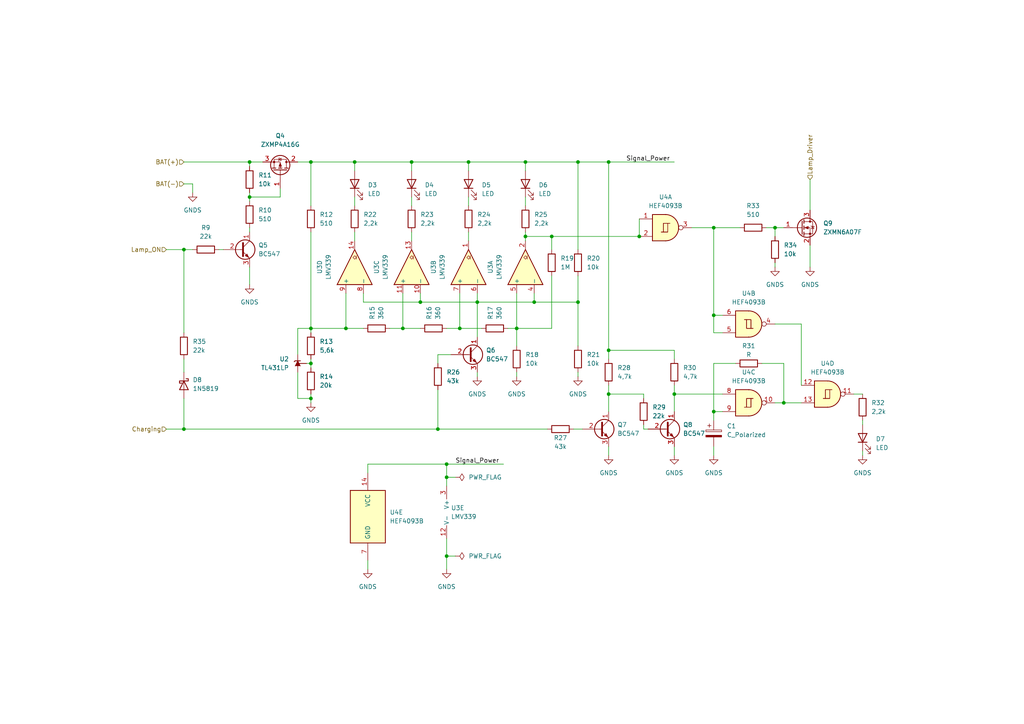
<source format=kicad_sch>
(kicad_sch (version 20211123) (generator eeschema)

  (uuid 84f62bb7-410b-4112-aabd-1dce58bc39ee)

  (paper "A4")

  (lib_symbols
    (symbol "4xxx:HEF4093B" (pin_names (offset 1.016)) (in_bom yes) (on_board yes)
      (property "Reference" "U" (id 0) (at 0 1.27 0)
        (effects (font (size 1.27 1.27)))
      )
      (property "Value" "HEF4093B" (id 1) (at 0 -1.27 0)
        (effects (font (size 1.27 1.27)))
      )
      (property "Footprint" "" (id 2) (at 0 0 0)
        (effects (font (size 1.27 1.27)) hide)
      )
      (property "Datasheet" "https://assets.nexperia.com/documents/data-sheet/HEF4093B.pdf" (id 3) (at 0 0 0)
        (effects (font (size 1.27 1.27)) hide)
      )
      (property "ki_locked" "" (id 4) (at 0 0 0)
        (effects (font (size 1.27 1.27)))
      )
      (property "ki_keywords" "NAND2" (id 5) (at 0 0 0)
        (effects (font (size 1.27 1.27)) hide)
      )
      (property "ki_description" "Quad 2-Input NAND Schmitt Trigger, SOIC-14" (id 6) (at 0 0 0)
        (effects (font (size 1.27 1.27)) hide)
      )
      (property "ki_fp_filters" "SOIC*3.9x8.7mm*P1.27mm*" (id 7) (at 0 0 0)
        (effects (font (size 1.27 1.27)) hide)
      )
      (symbol "HEF4093B_1_0"
        (polyline
          (pts
            (xy -0.635 -1.27)
            (xy -0.635 1.27)
            (xy 0.635 1.27)
          )
          (stroke (width 0) (type default) (color 0 0 0 0))
          (fill (type none))
        )
        (polyline
          (pts
            (xy -0.635 -1.27)
            (xy -0.635 1.27)
            (xy 0.635 1.27)
          )
          (stroke (width 0) (type default) (color 0 0 0 0))
          (fill (type none))
        )
        (polyline
          (pts
            (xy -1.27 -1.27)
            (xy 0.635 -1.27)
            (xy 0.635 1.27)
            (xy 1.27 1.27)
          )
          (stroke (width 0) (type default) (color 0 0 0 0))
          (fill (type none))
        )
        (polyline
          (pts
            (xy -1.27 -1.27)
            (xy 0.635 -1.27)
            (xy 0.635 1.27)
            (xy 1.27 1.27)
          )
          (stroke (width 0) (type default) (color 0 0 0 0))
          (fill (type none))
        )
      )
      (symbol "HEF4093B_1_1"
        (arc (start 0 -3.81) (mid 3.81 0) (end 0 3.81)
          (stroke (width 0.254) (type default) (color 0 0 0 0))
          (fill (type background))
        )
        (polyline
          (pts
            (xy 0 3.81)
            (xy -3.81 3.81)
            (xy -3.81 -3.81)
            (xy 0 -3.81)
          )
          (stroke (width 0.254) (type default) (color 0 0 0 0))
          (fill (type background))
        )
        (pin input line (at -7.62 2.54 0) (length 3.81)
          (name "~" (effects (font (size 1.27 1.27))))
          (number "1" (effects (font (size 1.27 1.27))))
        )
        (pin input line (at -7.62 -2.54 0) (length 3.81)
          (name "~" (effects (font (size 1.27 1.27))))
          (number "2" (effects (font (size 1.27 1.27))))
        )
        (pin output inverted (at 7.62 0 180) (length 3.81)
          (name "~" (effects (font (size 1.27 1.27))))
          (number "3" (effects (font (size 1.27 1.27))))
        )
      )
      (symbol "HEF4093B_1_2"
        (arc (start -3.81 -3.81) (mid -2.589 0) (end -3.81 3.81)
          (stroke (width 0.254) (type default) (color 0 0 0 0))
          (fill (type none))
        )
        (arc (start -0.6096 -3.81) (mid 2.1855 -2.584) (end 3.81 0)
          (stroke (width 0.254) (type default) (color 0 0 0 0))
          (fill (type background))
        )
        (polyline
          (pts
            (xy -3.81 -3.81)
            (xy -0.635 -3.81)
          )
          (stroke (width 0.254) (type default) (color 0 0 0 0))
          (fill (type background))
        )
        (polyline
          (pts
            (xy -3.81 3.81)
            (xy -0.635 3.81)
          )
          (stroke (width 0.254) (type default) (color 0 0 0 0))
          (fill (type background))
        )
        (polyline
          (pts
            (xy -0.635 3.81)
            (xy -3.81 3.81)
            (xy -3.81 3.81)
            (xy -3.556 3.4036)
            (xy -3.0226 2.2606)
            (xy -2.6924 1.0414)
            (xy -2.6162 -0.254)
            (xy -2.7686 -1.4986)
            (xy -3.175 -2.7178)
            (xy -3.81 -3.81)
            (xy -3.81 -3.81)
            (xy -0.635 -3.81)
          )
          (stroke (width -25.4) (type default) (color 0 0 0 0))
          (fill (type background))
        )
        (arc (start 3.81 0) (mid 2.1928 2.5925) (end -0.6096 3.81)
          (stroke (width 0.254) (type default) (color 0 0 0 0))
          (fill (type background))
        )
        (pin input inverted (at -7.62 2.54 0) (length 4.318)
          (name "~" (effects (font (size 1.27 1.27))))
          (number "1" (effects (font (size 1.27 1.27))))
        )
        (pin input inverted (at -7.62 -2.54 0) (length 4.318)
          (name "~" (effects (font (size 1.27 1.27))))
          (number "2" (effects (font (size 1.27 1.27))))
        )
        (pin output line (at 7.62 0 180) (length 3.81)
          (name "~" (effects (font (size 1.27 1.27))))
          (number "3" (effects (font (size 1.27 1.27))))
        )
      )
      (symbol "HEF4093B_2_0"
        (polyline
          (pts
            (xy -0.635 -1.27)
            (xy -0.635 1.27)
            (xy 0.635 1.27)
          )
          (stroke (width 0) (type default) (color 0 0 0 0))
          (fill (type none))
        )
        (polyline
          (pts
            (xy -0.635 -1.27)
            (xy -0.635 1.27)
            (xy 0.635 1.27)
          )
          (stroke (width 0) (type default) (color 0 0 0 0))
          (fill (type none))
        )
        (polyline
          (pts
            (xy -1.27 -1.27)
            (xy 0.635 -1.27)
            (xy 0.635 1.27)
            (xy 1.27 1.27)
          )
          (stroke (width 0) (type default) (color 0 0 0 0))
          (fill (type none))
        )
        (polyline
          (pts
            (xy -1.27 -1.27)
            (xy 0.635 -1.27)
            (xy 0.635 1.27)
            (xy 1.27 1.27)
          )
          (stroke (width 0) (type default) (color 0 0 0 0))
          (fill (type none))
        )
      )
      (symbol "HEF4093B_2_1"
        (arc (start 0 -3.81) (mid 3.81 0) (end 0 3.81)
          (stroke (width 0.254) (type default) (color 0 0 0 0))
          (fill (type background))
        )
        (polyline
          (pts
            (xy 0 3.81)
            (xy -3.81 3.81)
            (xy -3.81 -3.81)
            (xy 0 -3.81)
          )
          (stroke (width 0.254) (type default) (color 0 0 0 0))
          (fill (type background))
        )
        (pin output inverted (at 7.62 0 180) (length 3.81)
          (name "~" (effects (font (size 1.27 1.27))))
          (number "4" (effects (font (size 1.27 1.27))))
        )
        (pin input line (at -7.62 2.54 0) (length 3.81)
          (name "~" (effects (font (size 1.27 1.27))))
          (number "5" (effects (font (size 1.27 1.27))))
        )
        (pin input line (at -7.62 -2.54 0) (length 3.81)
          (name "~" (effects (font (size 1.27 1.27))))
          (number "6" (effects (font (size 1.27 1.27))))
        )
      )
      (symbol "HEF4093B_2_2"
        (arc (start -3.81 -3.81) (mid -2.589 0) (end -3.81 3.81)
          (stroke (width 0.254) (type default) (color 0 0 0 0))
          (fill (type none))
        )
        (arc (start -0.6096 -3.81) (mid 2.1855 -2.584) (end 3.81 0)
          (stroke (width 0.254) (type default) (color 0 0 0 0))
          (fill (type background))
        )
        (polyline
          (pts
            (xy -3.81 -3.81)
            (xy -0.635 -3.81)
          )
          (stroke (width 0.254) (type default) (color 0 0 0 0))
          (fill (type background))
        )
        (polyline
          (pts
            (xy -3.81 3.81)
            (xy -0.635 3.81)
          )
          (stroke (width 0.254) (type default) (color 0 0 0 0))
          (fill (type background))
        )
        (polyline
          (pts
            (xy -0.635 3.81)
            (xy -3.81 3.81)
            (xy -3.81 3.81)
            (xy -3.556 3.4036)
            (xy -3.0226 2.2606)
            (xy -2.6924 1.0414)
            (xy -2.6162 -0.254)
            (xy -2.7686 -1.4986)
            (xy -3.175 -2.7178)
            (xy -3.81 -3.81)
            (xy -3.81 -3.81)
            (xy -0.635 -3.81)
          )
          (stroke (width -25.4) (type default) (color 0 0 0 0))
          (fill (type background))
        )
        (arc (start 3.81 0) (mid 2.1928 2.5925) (end -0.6096 3.81)
          (stroke (width 0.254) (type default) (color 0 0 0 0))
          (fill (type background))
        )
        (pin output line (at 7.62 0 180) (length 3.81)
          (name "~" (effects (font (size 1.27 1.27))))
          (number "4" (effects (font (size 1.27 1.27))))
        )
        (pin input inverted (at -7.62 2.54 0) (length 4.318)
          (name "~" (effects (font (size 1.27 1.27))))
          (number "5" (effects (font (size 1.27 1.27))))
        )
        (pin input inverted (at -7.62 -2.54 0) (length 4.318)
          (name "~" (effects (font (size 1.27 1.27))))
          (number "6" (effects (font (size 1.27 1.27))))
        )
      )
      (symbol "HEF4093B_3_0"
        (polyline
          (pts
            (xy -0.635 -1.27)
            (xy -0.635 1.27)
            (xy 0.635 1.27)
          )
          (stroke (width 0) (type default) (color 0 0 0 0))
          (fill (type none))
        )
        (polyline
          (pts
            (xy -0.635 -1.27)
            (xy -0.635 1.27)
            (xy 0.635 1.27)
          )
          (stroke (width 0) (type default) (color 0 0 0 0))
          (fill (type none))
        )
        (polyline
          (pts
            (xy -1.27 -1.27)
            (xy 0.635 -1.27)
            (xy 0.635 1.27)
            (xy 1.27 1.27)
          )
          (stroke (width 0) (type default) (color 0 0 0 0))
          (fill (type none))
        )
        (polyline
          (pts
            (xy -1.27 -1.27)
            (xy 0.635 -1.27)
            (xy 0.635 1.27)
            (xy 1.27 1.27)
          )
          (stroke (width 0) (type default) (color 0 0 0 0))
          (fill (type none))
        )
      )
      (symbol "HEF4093B_3_1"
        (arc (start 0 -3.81) (mid 3.81 0) (end 0 3.81)
          (stroke (width 0.254) (type default) (color 0 0 0 0))
          (fill (type background))
        )
        (polyline
          (pts
            (xy 0 3.81)
            (xy -3.81 3.81)
            (xy -3.81 -3.81)
            (xy 0 -3.81)
          )
          (stroke (width 0.254) (type default) (color 0 0 0 0))
          (fill (type background))
        )
        (pin output inverted (at 7.62 0 180) (length 3.81)
          (name "~" (effects (font (size 1.27 1.27))))
          (number "10" (effects (font (size 1.27 1.27))))
        )
        (pin input line (at -7.62 2.54 0) (length 3.81)
          (name "~" (effects (font (size 1.27 1.27))))
          (number "8" (effects (font (size 1.27 1.27))))
        )
        (pin input line (at -7.62 -2.54 0) (length 3.81)
          (name "~" (effects (font (size 1.27 1.27))))
          (number "9" (effects (font (size 1.27 1.27))))
        )
      )
      (symbol "HEF4093B_3_2"
        (arc (start -3.81 -3.81) (mid -2.589 0) (end -3.81 3.81)
          (stroke (width 0.254) (type default) (color 0 0 0 0))
          (fill (type none))
        )
        (arc (start -0.6096 -3.81) (mid 2.1855 -2.584) (end 3.81 0)
          (stroke (width 0.254) (type default) (color 0 0 0 0))
          (fill (type background))
        )
        (polyline
          (pts
            (xy -3.81 -3.81)
            (xy -0.635 -3.81)
          )
          (stroke (width 0.254) (type default) (color 0 0 0 0))
          (fill (type background))
        )
        (polyline
          (pts
            (xy -3.81 3.81)
            (xy -0.635 3.81)
          )
          (stroke (width 0.254) (type default) (color 0 0 0 0))
          (fill (type background))
        )
        (polyline
          (pts
            (xy -0.635 3.81)
            (xy -3.81 3.81)
            (xy -3.81 3.81)
            (xy -3.556 3.4036)
            (xy -3.0226 2.2606)
            (xy -2.6924 1.0414)
            (xy -2.6162 -0.254)
            (xy -2.7686 -1.4986)
            (xy -3.175 -2.7178)
            (xy -3.81 -3.81)
            (xy -3.81 -3.81)
            (xy -0.635 -3.81)
          )
          (stroke (width -25.4) (type default) (color 0 0 0 0))
          (fill (type background))
        )
        (arc (start 3.81 0) (mid 2.1928 2.5925) (end -0.6096 3.81)
          (stroke (width 0.254) (type default) (color 0 0 0 0))
          (fill (type background))
        )
        (pin output line (at 7.62 0 180) (length 3.81)
          (name "~" (effects (font (size 1.27 1.27))))
          (number "10" (effects (font (size 1.27 1.27))))
        )
        (pin input inverted (at -7.62 2.54 0) (length 4.318)
          (name "~" (effects (font (size 1.27 1.27))))
          (number "8" (effects (font (size 1.27 1.27))))
        )
        (pin input inverted (at -7.62 -2.54 0) (length 4.318)
          (name "~" (effects (font (size 1.27 1.27))))
          (number "9" (effects (font (size 1.27 1.27))))
        )
      )
      (symbol "HEF4093B_4_0"
        (polyline
          (pts
            (xy -0.635 -1.27)
            (xy -0.635 1.27)
            (xy 0.635 1.27)
          )
          (stroke (width 0) (type default) (color 0 0 0 0))
          (fill (type none))
        )
        (polyline
          (pts
            (xy -0.635 -1.27)
            (xy -0.635 1.27)
            (xy 0.635 1.27)
          )
          (stroke (width 0) (type default) (color 0 0 0 0))
          (fill (type none))
        )
        (polyline
          (pts
            (xy -1.27 -1.27)
            (xy 0.635 -1.27)
            (xy 0.635 1.27)
            (xy 1.27 1.27)
          )
          (stroke (width 0) (type default) (color 0 0 0 0))
          (fill (type none))
        )
        (polyline
          (pts
            (xy -1.27 -1.27)
            (xy 0.635 -1.27)
            (xy 0.635 1.27)
            (xy 1.27 1.27)
          )
          (stroke (width 0) (type default) (color 0 0 0 0))
          (fill (type none))
        )
      )
      (symbol "HEF4093B_4_1"
        (arc (start 0 -3.81) (mid 3.81 0) (end 0 3.81)
          (stroke (width 0.254) (type default) (color 0 0 0 0))
          (fill (type background))
        )
        (polyline
          (pts
            (xy 0 3.81)
            (xy -3.81 3.81)
            (xy -3.81 -3.81)
            (xy 0 -3.81)
          )
          (stroke (width 0.254) (type default) (color 0 0 0 0))
          (fill (type background))
        )
        (pin output inverted (at 7.62 0 180) (length 3.81)
          (name "~" (effects (font (size 1.27 1.27))))
          (number "11" (effects (font (size 1.27 1.27))))
        )
        (pin input line (at -7.62 2.54 0) (length 3.81)
          (name "~" (effects (font (size 1.27 1.27))))
          (number "12" (effects (font (size 1.27 1.27))))
        )
        (pin input line (at -7.62 -2.54 0) (length 3.81)
          (name "~" (effects (font (size 1.27 1.27))))
          (number "13" (effects (font (size 1.27 1.27))))
        )
      )
      (symbol "HEF4093B_4_2"
        (arc (start -3.81 -3.81) (mid -2.589 0) (end -3.81 3.81)
          (stroke (width 0.254) (type default) (color 0 0 0 0))
          (fill (type none))
        )
        (arc (start -0.6096 -3.81) (mid 2.1855 -2.584) (end 3.81 0)
          (stroke (width 0.254) (type default) (color 0 0 0 0))
          (fill (type background))
        )
        (polyline
          (pts
            (xy -3.81 -3.81)
            (xy -0.635 -3.81)
          )
          (stroke (width 0.254) (type default) (color 0 0 0 0))
          (fill (type background))
        )
        (polyline
          (pts
            (xy -3.81 3.81)
            (xy -0.635 3.81)
          )
          (stroke (width 0.254) (type default) (color 0 0 0 0))
          (fill (type background))
        )
        (polyline
          (pts
            (xy -0.635 3.81)
            (xy -3.81 3.81)
            (xy -3.81 3.81)
            (xy -3.556 3.4036)
            (xy -3.0226 2.2606)
            (xy -2.6924 1.0414)
            (xy -2.6162 -0.254)
            (xy -2.7686 -1.4986)
            (xy -3.175 -2.7178)
            (xy -3.81 -3.81)
            (xy -3.81 -3.81)
            (xy -0.635 -3.81)
          )
          (stroke (width -25.4) (type default) (color 0 0 0 0))
          (fill (type background))
        )
        (arc (start 3.81 0) (mid 2.1928 2.5925) (end -0.6096 3.81)
          (stroke (width 0.254) (type default) (color 0 0 0 0))
          (fill (type background))
        )
        (pin output line (at 7.62 0 180) (length 3.81)
          (name "~" (effects (font (size 1.27 1.27))))
          (number "11" (effects (font (size 1.27 1.27))))
        )
        (pin input inverted (at -7.62 2.54 0) (length 4.318)
          (name "~" (effects (font (size 1.27 1.27))))
          (number "12" (effects (font (size 1.27 1.27))))
        )
        (pin input inverted (at -7.62 -2.54 0) (length 4.318)
          (name "~" (effects (font (size 1.27 1.27))))
          (number "13" (effects (font (size 1.27 1.27))))
        )
      )
      (symbol "HEF4093B_5_0"
        (pin power_in line (at 0 12.7 270) (length 5.08)
          (name "VCC" (effects (font (size 1.27 1.27))))
          (number "14" (effects (font (size 1.27 1.27))))
        )
        (pin power_in line (at 0 -12.7 90) (length 5.08)
          (name "GND" (effects (font (size 1.27 1.27))))
          (number "7" (effects (font (size 1.27 1.27))))
        )
      )
      (symbol "HEF4093B_5_1"
        (rectangle (start -5.08 7.62) (end 5.08 -7.62)
          (stroke (width 0.254) (type default) (color 0 0 0 0))
          (fill (type background))
        )
      )
    )
    (symbol "Comparator:LMV339" (pin_names (offset 0.127)) (in_bom yes) (on_board yes)
      (property "Reference" "U" (id 0) (at 0 5.08 0)
        (effects (font (size 1.27 1.27)) (justify left))
      )
      (property "Value" "LMV339" (id 1) (at 0 -5.08 0)
        (effects (font (size 1.27 1.27)) (justify left))
      )
      (property "Footprint" "" (id 2) (at -1.27 2.54 0)
        (effects (font (size 1.27 1.27)) hide)
      )
      (property "Datasheet" "https://www.st.com/resource/en/datasheet/lmv331.pdf" (id 3) (at 1.27 5.08 0)
        (effects (font (size 1.27 1.27)) hide)
      )
      (property "ki_locked" "" (id 4) (at 0 0 0)
        (effects (font (size 1.27 1.27)))
      )
      (property "ki_keywords" "cmp open collector" (id 5) (at 0 0 0)
        (effects (font (size 1.27 1.27)) hide)
      )
      (property "ki_description" "Quad General-Purpose Low-Voltage Comparator, SOIC-14/TSSOP-14" (id 6) (at 0 0 0)
        (effects (font (size 1.27 1.27)) hide)
      )
      (property "ki_fp_filters" "SOIC*3.9x8.7mm*P1.27mm* TSSOP*4.4x5mm*P0.65mm*" (id 7) (at 0 0 0)
        (effects (font (size 1.27 1.27)) hide)
      )
      (symbol "LMV339_1_1"
        (polyline
          (pts
            (xy -5.08 5.08)
            (xy 5.08 0)
            (xy -5.08 -5.08)
            (xy -5.08 5.08)
          )
          (stroke (width 0.254) (type default) (color 0 0 0 0))
          (fill (type background))
        )
        (polyline
          (pts
            (xy 3.302 -0.508)
            (xy 2.794 -0.508)
            (xy 3.302 0)
            (xy 2.794 0.508)
            (xy 2.286 0)
            (xy 2.794 -0.508)
            (xy 2.286 -0.508)
          )
          (stroke (width 0.127) (type default) (color 0 0 0 0))
          (fill (type none))
        )
        (pin open_collector line (at 7.62 0 180) (length 2.54)
          (name "~" (effects (font (size 1.27 1.27))))
          (number "2" (effects (font (size 1.27 1.27))))
        )
        (pin input line (at -7.62 -2.54 0) (length 2.54)
          (name "-" (effects (font (size 1.27 1.27))))
          (number "4" (effects (font (size 1.27 1.27))))
        )
        (pin input line (at -7.62 2.54 0) (length 2.54)
          (name "+" (effects (font (size 1.27 1.27))))
          (number "5" (effects (font (size 1.27 1.27))))
        )
      )
      (symbol "LMV339_2_1"
        (polyline
          (pts
            (xy -5.08 5.08)
            (xy 5.08 0)
            (xy -5.08 -5.08)
            (xy -5.08 5.08)
          )
          (stroke (width 0.254) (type default) (color 0 0 0 0))
          (fill (type background))
        )
        (polyline
          (pts
            (xy 3.302 -0.508)
            (xy 2.794 -0.508)
            (xy 3.302 0)
            (xy 2.794 0.508)
            (xy 2.286 0)
            (xy 2.794 -0.508)
            (xy 2.286 -0.508)
          )
          (stroke (width 0.127) (type default) (color 0 0 0 0))
          (fill (type none))
        )
        (pin open_collector line (at 7.62 0 180) (length 2.54)
          (name "~" (effects (font (size 1.27 1.27))))
          (number "1" (effects (font (size 1.27 1.27))))
        )
        (pin input line (at -7.62 -2.54 0) (length 2.54)
          (name "-" (effects (font (size 1.27 1.27))))
          (number "6" (effects (font (size 1.27 1.27))))
        )
        (pin input line (at -7.62 2.54 0) (length 2.54)
          (name "+" (effects (font (size 1.27 1.27))))
          (number "7" (effects (font (size 1.27 1.27))))
        )
      )
      (symbol "LMV339_3_1"
        (polyline
          (pts
            (xy -5.08 5.08)
            (xy 5.08 0)
            (xy -5.08 -5.08)
            (xy -5.08 5.08)
          )
          (stroke (width 0.254) (type default) (color 0 0 0 0))
          (fill (type background))
        )
        (polyline
          (pts
            (xy 3.302 -0.508)
            (xy 2.794 -0.508)
            (xy 3.302 0)
            (xy 2.794 0.508)
            (xy 2.286 0)
            (xy 2.794 -0.508)
            (xy 2.286 -0.508)
          )
          (stroke (width 0.127) (type default) (color 0 0 0 0))
          (fill (type none))
        )
        (pin input line (at -7.62 -2.54 0) (length 2.54)
          (name "-" (effects (font (size 1.27 1.27))))
          (number "10" (effects (font (size 1.27 1.27))))
        )
        (pin input line (at -7.62 2.54 0) (length 2.54)
          (name "+" (effects (font (size 1.27 1.27))))
          (number "11" (effects (font (size 1.27 1.27))))
        )
        (pin open_collector line (at 7.62 0 180) (length 2.54)
          (name "~" (effects (font (size 1.27 1.27))))
          (number "13" (effects (font (size 1.27 1.27))))
        )
      )
      (symbol "LMV339_4_1"
        (polyline
          (pts
            (xy -5.08 5.08)
            (xy 5.08 0)
            (xy -5.08 -5.08)
            (xy -5.08 5.08)
          )
          (stroke (width 0.254) (type default) (color 0 0 0 0))
          (fill (type background))
        )
        (polyline
          (pts
            (xy 3.302 -0.508)
            (xy 2.794 -0.508)
            (xy 3.302 0)
            (xy 2.794 0.508)
            (xy 2.286 0)
            (xy 2.794 -0.508)
            (xy 2.286 -0.508)
          )
          (stroke (width 0.127) (type default) (color 0 0 0 0))
          (fill (type none))
        )
        (pin open_collector line (at 7.62 0 180) (length 2.54)
          (name "~" (effects (font (size 1.27 1.27))))
          (number "14" (effects (font (size 1.27 1.27))))
        )
        (pin input line (at -7.62 -2.54 0) (length 2.54)
          (name "-" (effects (font (size 1.27 1.27))))
          (number "8" (effects (font (size 1.27 1.27))))
        )
        (pin input line (at -7.62 2.54 0) (length 2.54)
          (name "+" (effects (font (size 1.27 1.27))))
          (number "9" (effects (font (size 1.27 1.27))))
        )
      )
      (symbol "LMV339_5_1"
        (pin power_in line (at -2.54 -7.62 90) (length 3.81)
          (name "V-" (effects (font (size 1.27 1.27))))
          (number "12" (effects (font (size 1.27 1.27))))
        )
        (pin power_in line (at -2.54 7.62 270) (length 3.81)
          (name "V+" (effects (font (size 1.27 1.27))))
          (number "3" (effects (font (size 1.27 1.27))))
        )
      )
    )
    (symbol "Device:C_Polarized" (pin_numbers hide) (pin_names (offset 0.254)) (in_bom yes) (on_board yes)
      (property "Reference" "C" (id 0) (at 0.635 2.54 0)
        (effects (font (size 1.27 1.27)) (justify left))
      )
      (property "Value" "C_Polarized" (id 1) (at 0.635 -2.54 0)
        (effects (font (size 1.27 1.27)) (justify left))
      )
      (property "Footprint" "" (id 2) (at 0.9652 -3.81 0)
        (effects (font (size 1.27 1.27)) hide)
      )
      (property "Datasheet" "~" (id 3) (at 0 0 0)
        (effects (font (size 1.27 1.27)) hide)
      )
      (property "ki_keywords" "cap capacitor" (id 4) (at 0 0 0)
        (effects (font (size 1.27 1.27)) hide)
      )
      (property "ki_description" "Polarized capacitor" (id 5) (at 0 0 0)
        (effects (font (size 1.27 1.27)) hide)
      )
      (property "ki_fp_filters" "CP_*" (id 6) (at 0 0 0)
        (effects (font (size 1.27 1.27)) hide)
      )
      (symbol "C_Polarized_0_1"
        (rectangle (start -2.286 0.508) (end 2.286 1.016)
          (stroke (width 0) (type default) (color 0 0 0 0))
          (fill (type none))
        )
        (polyline
          (pts
            (xy -1.778 2.286)
            (xy -0.762 2.286)
          )
          (stroke (width 0) (type default) (color 0 0 0 0))
          (fill (type none))
        )
        (polyline
          (pts
            (xy -1.27 2.794)
            (xy -1.27 1.778)
          )
          (stroke (width 0) (type default) (color 0 0 0 0))
          (fill (type none))
        )
        (rectangle (start 2.286 -0.508) (end -2.286 -1.016)
          (stroke (width 0) (type default) (color 0 0 0 0))
          (fill (type outline))
        )
      )
      (symbol "C_Polarized_1_1"
        (pin passive line (at 0 3.81 270) (length 2.794)
          (name "~" (effects (font (size 1.27 1.27))))
          (number "1" (effects (font (size 1.27 1.27))))
        )
        (pin passive line (at 0 -3.81 90) (length 2.794)
          (name "~" (effects (font (size 1.27 1.27))))
          (number "2" (effects (font (size 1.27 1.27))))
        )
      )
    )
    (symbol "Device:LED" (pin_numbers hide) (pin_names (offset 1.016) hide) (in_bom yes) (on_board yes)
      (property "Reference" "D" (id 0) (at 0 2.54 0)
        (effects (font (size 1.27 1.27)))
      )
      (property "Value" "LED" (id 1) (at 0 -2.54 0)
        (effects (font (size 1.27 1.27)))
      )
      (property "Footprint" "" (id 2) (at 0 0 0)
        (effects (font (size 1.27 1.27)) hide)
      )
      (property "Datasheet" "~" (id 3) (at 0 0 0)
        (effects (font (size 1.27 1.27)) hide)
      )
      (property "ki_keywords" "LED diode" (id 4) (at 0 0 0)
        (effects (font (size 1.27 1.27)) hide)
      )
      (property "ki_description" "Light emitting diode" (id 5) (at 0 0 0)
        (effects (font (size 1.27 1.27)) hide)
      )
      (property "ki_fp_filters" "LED* LED_SMD:* LED_THT:*" (id 6) (at 0 0 0)
        (effects (font (size 1.27 1.27)) hide)
      )
      (symbol "LED_0_1"
        (polyline
          (pts
            (xy -1.27 -1.27)
            (xy -1.27 1.27)
          )
          (stroke (width 0.254) (type default) (color 0 0 0 0))
          (fill (type none))
        )
        (polyline
          (pts
            (xy -1.27 0)
            (xy 1.27 0)
          )
          (stroke (width 0) (type default) (color 0 0 0 0))
          (fill (type none))
        )
        (polyline
          (pts
            (xy 1.27 -1.27)
            (xy 1.27 1.27)
            (xy -1.27 0)
            (xy 1.27 -1.27)
          )
          (stroke (width 0.254) (type default) (color 0 0 0 0))
          (fill (type none))
        )
        (polyline
          (pts
            (xy -3.048 -0.762)
            (xy -4.572 -2.286)
            (xy -3.81 -2.286)
            (xy -4.572 -2.286)
            (xy -4.572 -1.524)
          )
          (stroke (width 0) (type default) (color 0 0 0 0))
          (fill (type none))
        )
        (polyline
          (pts
            (xy -1.778 -0.762)
            (xy -3.302 -2.286)
            (xy -2.54 -2.286)
            (xy -3.302 -2.286)
            (xy -3.302 -1.524)
          )
          (stroke (width 0) (type default) (color 0 0 0 0))
          (fill (type none))
        )
      )
      (symbol "LED_1_1"
        (pin passive line (at -3.81 0 0) (length 2.54)
          (name "K" (effects (font (size 1.27 1.27))))
          (number "1" (effects (font (size 1.27 1.27))))
        )
        (pin passive line (at 3.81 0 180) (length 2.54)
          (name "A" (effects (font (size 1.27 1.27))))
          (number "2" (effects (font (size 1.27 1.27))))
        )
      )
    )
    (symbol "Device:R" (pin_numbers hide) (pin_names (offset 0)) (in_bom yes) (on_board yes)
      (property "Reference" "R" (id 0) (at 2.032 0 90)
        (effects (font (size 1.27 1.27)))
      )
      (property "Value" "R" (id 1) (at 0 0 90)
        (effects (font (size 1.27 1.27)))
      )
      (property "Footprint" "" (id 2) (at -1.778 0 90)
        (effects (font (size 1.27 1.27)) hide)
      )
      (property "Datasheet" "~" (id 3) (at 0 0 0)
        (effects (font (size 1.27 1.27)) hide)
      )
      (property "ki_keywords" "R res resistor" (id 4) (at 0 0 0)
        (effects (font (size 1.27 1.27)) hide)
      )
      (property "ki_description" "Resistor" (id 5) (at 0 0 0)
        (effects (font (size 1.27 1.27)) hide)
      )
      (property "ki_fp_filters" "R_*" (id 6) (at 0 0 0)
        (effects (font (size 1.27 1.27)) hide)
      )
      (symbol "R_0_1"
        (rectangle (start -1.016 -2.54) (end 1.016 2.54)
          (stroke (width 0.254) (type default) (color 0 0 0 0))
          (fill (type none))
        )
      )
      (symbol "R_1_1"
        (pin passive line (at 0 3.81 270) (length 1.27)
          (name "~" (effects (font (size 1.27 1.27))))
          (number "1" (effects (font (size 1.27 1.27))))
        )
        (pin passive line (at 0 -3.81 90) (length 1.27)
          (name "~" (effects (font (size 1.27 1.27))))
          (number "2" (effects (font (size 1.27 1.27))))
        )
      )
    )
    (symbol "Diode:1N5819" (pin_numbers hide) (pin_names (offset 1.016) hide) (in_bom yes) (on_board yes)
      (property "Reference" "D" (id 0) (at 0 2.54 0)
        (effects (font (size 1.27 1.27)))
      )
      (property "Value" "1N5819" (id 1) (at 0 -2.54 0)
        (effects (font (size 1.27 1.27)))
      )
      (property "Footprint" "Diode_THT:D_DO-41_SOD81_P10.16mm_Horizontal" (id 2) (at 0 -4.445 0)
        (effects (font (size 1.27 1.27)) hide)
      )
      (property "Datasheet" "http://www.vishay.com/docs/88525/1n5817.pdf" (id 3) (at 0 0 0)
        (effects (font (size 1.27 1.27)) hide)
      )
      (property "ki_keywords" "diode Schottky" (id 4) (at 0 0 0)
        (effects (font (size 1.27 1.27)) hide)
      )
      (property "ki_description" "40V 1A Schottky Barrier Rectifier Diode, DO-41" (id 5) (at 0 0 0)
        (effects (font (size 1.27 1.27)) hide)
      )
      (property "ki_fp_filters" "D*DO?41*" (id 6) (at 0 0 0)
        (effects (font (size 1.27 1.27)) hide)
      )
      (symbol "1N5819_0_1"
        (polyline
          (pts
            (xy 1.27 0)
            (xy -1.27 0)
          )
          (stroke (width 0) (type default) (color 0 0 0 0))
          (fill (type none))
        )
        (polyline
          (pts
            (xy 1.27 1.27)
            (xy 1.27 -1.27)
            (xy -1.27 0)
            (xy 1.27 1.27)
          )
          (stroke (width 0.254) (type default) (color 0 0 0 0))
          (fill (type none))
        )
        (polyline
          (pts
            (xy -1.905 0.635)
            (xy -1.905 1.27)
            (xy -1.27 1.27)
            (xy -1.27 -1.27)
            (xy -0.635 -1.27)
            (xy -0.635 -0.635)
          )
          (stroke (width 0.254) (type default) (color 0 0 0 0))
          (fill (type none))
        )
      )
      (symbol "1N5819_1_1"
        (pin passive line (at -3.81 0 0) (length 2.54)
          (name "K" (effects (font (size 1.27 1.27))))
          (number "1" (effects (font (size 1.27 1.27))))
        )
        (pin passive line (at 3.81 0 180) (length 2.54)
          (name "A" (effects (font (size 1.27 1.27))))
          (number "2" (effects (font (size 1.27 1.27))))
        )
      )
    )
    (symbol "Reference_Voltage:TL431LP" (pin_numbers hide) (pin_names hide) (in_bom yes) (on_board yes)
      (property "Reference" "U" (id 0) (at -2.54 2.54 0)
        (effects (font (size 1.27 1.27)))
      )
      (property "Value" "TL431LP" (id 1) (at 0 -2.54 0)
        (effects (font (size 1.27 1.27)))
      )
      (property "Footprint" "Package_TO_SOT_THT:TO-92_Inline" (id 2) (at 0 -3.81 0)
        (effects (font (size 1.27 1.27) italic) hide)
      )
      (property "Datasheet" "http://www.ti.com/lit/ds/symlink/tl431.pdf" (id 3) (at 0 0 0)
        (effects (font (size 1.27 1.27) italic) hide)
      )
      (property "ki_keywords" "diode device regulator shunt" (id 4) (at 0 0 0)
        (effects (font (size 1.27 1.27)) hide)
      )
      (property "ki_description" "Shunt Regulator, TO-92" (id 5) (at 0 0 0)
        (effects (font (size 1.27 1.27)) hide)
      )
      (property "ki_fp_filters" "TO*92*" (id 6) (at 0 0 0)
        (effects (font (size 1.27 1.27)) hide)
      )
      (symbol "TL431LP_0_1"
        (polyline
          (pts
            (xy -1.27 0)
            (xy 0 0)
            (xy 1.27 0)
          )
          (stroke (width 0) (type default) (color 0 0 0 0))
          (fill (type none))
        )
        (polyline
          (pts
            (xy -0.762 0.762)
            (xy 0.762 0)
            (xy -0.762 -0.762)
          )
          (stroke (width 0) (type default) (color 0 0 0 0))
          (fill (type outline))
        )
        (polyline
          (pts
            (xy 0.508 -1.016)
            (xy 0.762 -0.762)
            (xy 0.762 0.762)
            (xy 0.762 0.762)
          )
          (stroke (width 0.254) (type default) (color 0 0 0 0))
          (fill (type none))
        )
      )
      (symbol "TL431LP_1_1"
        (pin passive line (at 0 2.54 270) (length 2.54)
          (name "REF" (effects (font (size 1.27 1.27))))
          (number "1" (effects (font (size 1.27 1.27))))
        )
        (pin passive line (at -2.54 0 0) (length 2.54)
          (name "A" (effects (font (size 1.27 1.27))))
          (number "2" (effects (font (size 1.27 1.27))))
        )
        (pin passive line (at 2.54 0 180) (length 2.54)
          (name "K" (effects (font (size 1.27 1.27))))
          (number "3" (effects (font (size 1.27 1.27))))
        )
      )
    )
    (symbol "Transistor_BJT:BC547" (pin_names (offset 0) hide) (in_bom yes) (on_board yes)
      (property "Reference" "Q" (id 0) (at 5.08 1.905 0)
        (effects (font (size 1.27 1.27)) (justify left))
      )
      (property "Value" "BC547" (id 1) (at 5.08 0 0)
        (effects (font (size 1.27 1.27)) (justify left))
      )
      (property "Footprint" "Package_TO_SOT_THT:TO-92_Inline" (id 2) (at 5.08 -1.905 0)
        (effects (font (size 1.27 1.27) italic) (justify left) hide)
      )
      (property "Datasheet" "https://www.onsemi.com/pub/Collateral/BC550-D.pdf" (id 3) (at 0 0 0)
        (effects (font (size 1.27 1.27)) (justify left) hide)
      )
      (property "ki_keywords" "NPN Transistor" (id 4) (at 0 0 0)
        (effects (font (size 1.27 1.27)) hide)
      )
      (property "ki_description" "0.1A Ic, 45V Vce, Small Signal NPN Transistor, TO-92" (id 5) (at 0 0 0)
        (effects (font (size 1.27 1.27)) hide)
      )
      (property "ki_fp_filters" "TO?92*" (id 6) (at 0 0 0)
        (effects (font (size 1.27 1.27)) hide)
      )
      (symbol "BC547_0_1"
        (polyline
          (pts
            (xy 0 0)
            (xy 0.635 0)
          )
          (stroke (width 0) (type default) (color 0 0 0 0))
          (fill (type none))
        )
        (polyline
          (pts
            (xy 0.635 0.635)
            (xy 2.54 2.54)
          )
          (stroke (width 0) (type default) (color 0 0 0 0))
          (fill (type none))
        )
        (polyline
          (pts
            (xy 0.635 -0.635)
            (xy 2.54 -2.54)
            (xy 2.54 -2.54)
          )
          (stroke (width 0) (type default) (color 0 0 0 0))
          (fill (type none))
        )
        (polyline
          (pts
            (xy 0.635 1.905)
            (xy 0.635 -1.905)
            (xy 0.635 -1.905)
          )
          (stroke (width 0.508) (type default) (color 0 0 0 0))
          (fill (type none))
        )
        (polyline
          (pts
            (xy 1.27 -1.778)
            (xy 1.778 -1.27)
            (xy 2.286 -2.286)
            (xy 1.27 -1.778)
            (xy 1.27 -1.778)
          )
          (stroke (width 0) (type default) (color 0 0 0 0))
          (fill (type outline))
        )
        (circle (center 1.27 0) (radius 2.8194)
          (stroke (width 0.254) (type default) (color 0 0 0 0))
          (fill (type none))
        )
      )
      (symbol "BC547_1_1"
        (pin passive line (at 2.54 5.08 270) (length 2.54)
          (name "C" (effects (font (size 1.27 1.27))))
          (number "1" (effects (font (size 1.27 1.27))))
        )
        (pin input line (at -5.08 0 0) (length 5.08)
          (name "B" (effects (font (size 1.27 1.27))))
          (number "2" (effects (font (size 1.27 1.27))))
        )
        (pin passive line (at 2.54 -5.08 90) (length 2.54)
          (name "E" (effects (font (size 1.27 1.27))))
          (number "3" (effects (font (size 1.27 1.27))))
        )
      )
    )
    (symbol "Transistor_FET:ZXMN6A07F" (pin_names hide) (in_bom yes) (on_board yes)
      (property "Reference" "Q" (id 0) (at 5.08 1.905 0)
        (effects (font (size 1.27 1.27)) (justify left))
      )
      (property "Value" "ZXMN6A07F" (id 1) (at 5.08 0 0)
        (effects (font (size 1.27 1.27)) (justify left))
      )
      (property "Footprint" "Package_TO_SOT_SMD:SOT-23" (id 2) (at 5.08 -1.905 0)
        (effects (font (size 1.27 1.27) italic) (justify left) hide)
      )
      (property "Datasheet" "http://www.diodes.com/assets/Datasheets/ZXMN6A07F.pdf" (id 3) (at 0 0 0)
        (effects (font (size 1.27 1.27)) (justify left) hide)
      )
      (property "ki_keywords" "N-Channel MOSFET" (id 4) (at 0 0 0)
        (effects (font (size 1.27 1.27)) hide)
      )
      (property "ki_description" "1.4A Id, 60V Vds, N-Channel MOSFET, SOT-23" (id 5) (at 0 0 0)
        (effects (font (size 1.27 1.27)) hide)
      )
      (property "ki_fp_filters" "SOT?23*" (id 6) (at 0 0 0)
        (effects (font (size 1.27 1.27)) hide)
      )
      (symbol "ZXMN6A07F_0_1"
        (polyline
          (pts
            (xy 0.254 0)
            (xy -2.54 0)
          )
          (stroke (width 0) (type default) (color 0 0 0 0))
          (fill (type none))
        )
        (polyline
          (pts
            (xy 0.254 1.905)
            (xy 0.254 -1.905)
          )
          (stroke (width 0.254) (type default) (color 0 0 0 0))
          (fill (type none))
        )
        (polyline
          (pts
            (xy 0.762 -1.27)
            (xy 0.762 -2.286)
          )
          (stroke (width 0.254) (type default) (color 0 0 0 0))
          (fill (type none))
        )
        (polyline
          (pts
            (xy 0.762 0.508)
            (xy 0.762 -0.508)
          )
          (stroke (width 0.254) (type default) (color 0 0 0 0))
          (fill (type none))
        )
        (polyline
          (pts
            (xy 0.762 2.286)
            (xy 0.762 1.27)
          )
          (stroke (width 0.254) (type default) (color 0 0 0 0))
          (fill (type none))
        )
        (polyline
          (pts
            (xy 2.54 2.54)
            (xy 2.54 1.778)
          )
          (stroke (width 0) (type default) (color 0 0 0 0))
          (fill (type none))
        )
        (polyline
          (pts
            (xy 2.54 -2.54)
            (xy 2.54 0)
            (xy 0.762 0)
          )
          (stroke (width 0) (type default) (color 0 0 0 0))
          (fill (type none))
        )
        (polyline
          (pts
            (xy 0.762 -1.778)
            (xy 3.302 -1.778)
            (xy 3.302 1.778)
            (xy 0.762 1.778)
          )
          (stroke (width 0) (type default) (color 0 0 0 0))
          (fill (type none))
        )
        (polyline
          (pts
            (xy 1.016 0)
            (xy 2.032 0.381)
            (xy 2.032 -0.381)
            (xy 1.016 0)
          )
          (stroke (width 0) (type default) (color 0 0 0 0))
          (fill (type outline))
        )
        (polyline
          (pts
            (xy 2.794 0.508)
            (xy 2.921 0.381)
            (xy 3.683 0.381)
            (xy 3.81 0.254)
          )
          (stroke (width 0) (type default) (color 0 0 0 0))
          (fill (type none))
        )
        (polyline
          (pts
            (xy 3.302 0.381)
            (xy 2.921 -0.254)
            (xy 3.683 -0.254)
            (xy 3.302 0.381)
          )
          (stroke (width 0) (type default) (color 0 0 0 0))
          (fill (type none))
        )
        (circle (center 1.651 0) (radius 2.794)
          (stroke (width 0.254) (type default) (color 0 0 0 0))
          (fill (type none))
        )
        (circle (center 2.54 -1.778) (radius 0.254)
          (stroke (width 0) (type default) (color 0 0 0 0))
          (fill (type outline))
        )
        (circle (center 2.54 1.778) (radius 0.254)
          (stroke (width 0) (type default) (color 0 0 0 0))
          (fill (type outline))
        )
      )
      (symbol "ZXMN6A07F_1_1"
        (pin input line (at -5.08 0 0) (length 2.54)
          (name "G" (effects (font (size 1.27 1.27))))
          (number "1" (effects (font (size 1.27 1.27))))
        )
        (pin passive line (at 2.54 -5.08 90) (length 2.54)
          (name "S" (effects (font (size 1.27 1.27))))
          (number "2" (effects (font (size 1.27 1.27))))
        )
        (pin passive line (at 2.54 5.08 270) (length 2.54)
          (name "D" (effects (font (size 1.27 1.27))))
          (number "3" (effects (font (size 1.27 1.27))))
        )
      )
    )
    (symbol "Transistor_FET:ZXMP4A16G" (pin_names hide) (in_bom yes) (on_board yes)
      (property "Reference" "Q" (id 0) (at 5.08 1.905 0)
        (effects (font (size 1.27 1.27)) (justify left))
      )
      (property "Value" "ZXMP4A16G" (id 1) (at 5.08 0 0)
        (effects (font (size 1.27 1.27)) (justify left))
      )
      (property "Footprint" "Package_TO_SOT_SMD:SOT-223-3_TabPin2" (id 2) (at 5.08 -1.905 0)
        (effects (font (size 1.27 1.27) italic) (justify left) hide)
      )
      (property "Datasheet" "https://www.diodes.com/assets/Datasheets/ZXMP4A16G.pdf" (id 3) (at 0 0 0)
        (effects (font (size 1.27 1.27)) (justify left) hide)
      )
      (property "ki_keywords" "P-Channel MOSFET" (id 4) (at 0 0 0)
        (effects (font (size 1.27 1.27)) hide)
      )
      (property "ki_description" "-6.4A Id, -40V Vds, P-Channel MOSFET, SOT-223" (id 5) (at 0 0 0)
        (effects (font (size 1.27 1.27)) hide)
      )
      (property "ki_fp_filters" "SOT?223*" (id 6) (at 0 0 0)
        (effects (font (size 1.27 1.27)) hide)
      )
      (symbol "ZXMP4A16G_0_1"
        (polyline
          (pts
            (xy 0.254 0)
            (xy -2.54 0)
          )
          (stroke (width 0) (type default) (color 0 0 0 0))
          (fill (type none))
        )
        (polyline
          (pts
            (xy 0.254 1.905)
            (xy 0.254 -1.905)
          )
          (stroke (width 0.254) (type default) (color 0 0 0 0))
          (fill (type none))
        )
        (polyline
          (pts
            (xy 0.762 -1.27)
            (xy 0.762 -2.286)
          )
          (stroke (width 0.254) (type default) (color 0 0 0 0))
          (fill (type none))
        )
        (polyline
          (pts
            (xy 0.762 0.508)
            (xy 0.762 -0.508)
          )
          (stroke (width 0.254) (type default) (color 0 0 0 0))
          (fill (type none))
        )
        (polyline
          (pts
            (xy 0.762 2.286)
            (xy 0.762 1.27)
          )
          (stroke (width 0.254) (type default) (color 0 0 0 0))
          (fill (type none))
        )
        (polyline
          (pts
            (xy 2.54 2.54)
            (xy 2.54 1.778)
          )
          (stroke (width 0) (type default) (color 0 0 0 0))
          (fill (type none))
        )
        (polyline
          (pts
            (xy 2.54 -2.54)
            (xy 2.54 0)
            (xy 0.762 0)
          )
          (stroke (width 0) (type default) (color 0 0 0 0))
          (fill (type none))
        )
        (polyline
          (pts
            (xy 0.762 1.778)
            (xy 3.302 1.778)
            (xy 3.302 -1.778)
            (xy 0.762 -1.778)
          )
          (stroke (width 0) (type default) (color 0 0 0 0))
          (fill (type none))
        )
        (polyline
          (pts
            (xy 2.286 0)
            (xy 1.27 0.381)
            (xy 1.27 -0.381)
            (xy 2.286 0)
          )
          (stroke (width 0) (type default) (color 0 0 0 0))
          (fill (type outline))
        )
        (polyline
          (pts
            (xy 2.794 -0.508)
            (xy 2.921 -0.381)
            (xy 3.683 -0.381)
            (xy 3.81 -0.254)
          )
          (stroke (width 0) (type default) (color 0 0 0 0))
          (fill (type none))
        )
        (polyline
          (pts
            (xy 3.302 -0.381)
            (xy 2.921 0.254)
            (xy 3.683 0.254)
            (xy 3.302 -0.381)
          )
          (stroke (width 0) (type default) (color 0 0 0 0))
          (fill (type none))
        )
        (circle (center 1.651 0) (radius 2.794)
          (stroke (width 0.254) (type default) (color 0 0 0 0))
          (fill (type none))
        )
        (circle (center 2.54 -1.778) (radius 0.254)
          (stroke (width 0) (type default) (color 0 0 0 0))
          (fill (type outline))
        )
        (circle (center 2.54 1.778) (radius 0.254)
          (stroke (width 0) (type default) (color 0 0 0 0))
          (fill (type outline))
        )
      )
      (symbol "ZXMP4A16G_1_1"
        (pin input line (at -5.08 0 0) (length 2.54)
          (name "G" (effects (font (size 1.27 1.27))))
          (number "1" (effects (font (size 1.27 1.27))))
        )
        (pin passive line (at 2.54 5.08 270) (length 2.54)
          (name "D" (effects (font (size 1.27 1.27))))
          (number "2" (effects (font (size 1.27 1.27))))
        )
        (pin passive line (at 2.54 -5.08 90) (length 2.54)
          (name "S" (effects (font (size 1.27 1.27))))
          (number "3" (effects (font (size 1.27 1.27))))
        )
      )
    )
    (symbol "power:GNDS" (power) (pin_names (offset 0)) (in_bom yes) (on_board yes)
      (property "Reference" "#PWR" (id 0) (at 0 -6.35 0)
        (effects (font (size 1.27 1.27)) hide)
      )
      (property "Value" "GNDS" (id 1) (at 0 -3.81 0)
        (effects (font (size 1.27 1.27)))
      )
      (property "Footprint" "" (id 2) (at 0 0 0)
        (effects (font (size 1.27 1.27)) hide)
      )
      (property "Datasheet" "" (id 3) (at 0 0 0)
        (effects (font (size 1.27 1.27)) hide)
      )
      (property "ki_keywords" "power-flag" (id 4) (at 0 0 0)
        (effects (font (size 1.27 1.27)) hide)
      )
      (property "ki_description" "Power symbol creates a global label with name \"GNDS\" , signal ground" (id 5) (at 0 0 0)
        (effects (font (size 1.27 1.27)) hide)
      )
      (symbol "GNDS_0_1"
        (polyline
          (pts
            (xy 0 0)
            (xy 0 -1.27)
            (xy 1.27 -1.27)
            (xy 0 -2.54)
            (xy -1.27 -1.27)
            (xy 0 -1.27)
          )
          (stroke (width 0) (type default) (color 0 0 0 0))
          (fill (type none))
        )
      )
      (symbol "GNDS_1_1"
        (pin power_in line (at 0 0 270) (length 0) hide
          (name "GNDS" (effects (font (size 1.27 1.27))))
          (number "1" (effects (font (size 1.27 1.27))))
        )
      )
    )
    (symbol "power:PWR_FLAG" (power) (pin_numbers hide) (pin_names (offset 0) hide) (in_bom yes) (on_board yes)
      (property "Reference" "#FLG" (id 0) (at 0 1.905 0)
        (effects (font (size 1.27 1.27)) hide)
      )
      (property "Value" "PWR_FLAG" (id 1) (at 0 3.81 0)
        (effects (font (size 1.27 1.27)))
      )
      (property "Footprint" "" (id 2) (at 0 0 0)
        (effects (font (size 1.27 1.27)) hide)
      )
      (property "Datasheet" "~" (id 3) (at 0 0 0)
        (effects (font (size 1.27 1.27)) hide)
      )
      (property "ki_keywords" "power-flag" (id 4) (at 0 0 0)
        (effects (font (size 1.27 1.27)) hide)
      )
      (property "ki_description" "Special symbol for telling ERC where power comes from" (id 5) (at 0 0 0)
        (effects (font (size 1.27 1.27)) hide)
      )
      (symbol "PWR_FLAG_0_0"
        (pin power_out line (at 0 0 90) (length 0)
          (name "pwr" (effects (font (size 1.27 1.27))))
          (number "1" (effects (font (size 1.27 1.27))))
        )
      )
      (symbol "PWR_FLAG_0_1"
        (polyline
          (pts
            (xy 0 0)
            (xy 0 1.27)
            (xy -1.016 1.905)
            (xy 0 2.54)
            (xy 1.016 1.905)
            (xy 0 1.27)
          )
          (stroke (width 0) (type default) (color 0 0 0 0))
          (fill (type none))
        )
      )
    )
  )

  (junction (at 90.17 115.57) (diameter 0) (color 0 0 0 0)
    (uuid 0947c4a9-01c9-4d12-a77f-13ef1b49d180)
  )
  (junction (at 224.79 66.04) (diameter 0) (color 0 0 0 0)
    (uuid 0b3f170e-8c70-4edb-be89-3c4061176473)
  )
  (junction (at 135.89 46.99) (diameter 0) (color 0 0 0 0)
    (uuid 0e5c323f-7514-40be-996e-3707edb6b466)
  )
  (junction (at 160.02 68.58) (diameter 0) (color 0 0 0 0)
    (uuid 1340ac12-30af-4b8a-99e3-41112f8e8633)
  )
  (junction (at 207.01 119.38) (diameter 0) (color 0 0 0 0)
    (uuid 18bb79c1-37de-4e5d-ab03-d1bae1471a8d)
  )
  (junction (at 121.92 87.63) (diameter 0) (color 0 0 0 0)
    (uuid 3f4f9021-2f33-455b-8b25-0cdb9195b12f)
  )
  (junction (at 127 124.46) (diameter 0) (color 0 0 0 0)
    (uuid 48fffb15-4a94-4866-a1d1-5c68087a9b2a)
  )
  (junction (at 90.17 46.99) (diameter 0) (color 0 0 0 0)
    (uuid 4a242c6c-5d7a-4871-8131-2697741f6d1a)
  )
  (junction (at 72.39 46.99) (diameter 0) (color 0 0 0 0)
    (uuid 4b4bcc0b-7082-4605-85bf-fb5b0f107ae1)
  )
  (junction (at 152.4 46.99) (diameter 0) (color 0 0 0 0)
    (uuid 564ec5af-cfcd-4367-b9d6-610e49e34d81)
  )
  (junction (at 90.17 95.25) (diameter 0) (color 0 0 0 0)
    (uuid 59f7f4d6-1ea7-48d3-be4a-72b85407c35e)
  )
  (junction (at 152.4 68.58) (diameter 0) (color 0 0 0 0)
    (uuid 5ad34eca-b5b3-44ab-b446-84d3bbd708ad)
  )
  (junction (at 53.34 124.46) (diameter 0) (color 0 0 0 0)
    (uuid 5ba6dcdd-2c86-4414-b29c-7f986373f833)
  )
  (junction (at 129.54 138.43) (diameter 0) (color 0 0 0 0)
    (uuid 75c79ca2-b12f-4dd3-be16-9da696a0238b)
  )
  (junction (at 154.94 87.63) (diameter 0) (color 0 0 0 0)
    (uuid 7661fd82-b49f-41e4-8005-abfba19a4af3)
  )
  (junction (at 129.54 161.29) (diameter 0) (color 0 0 0 0)
    (uuid 77410d71-e3ce-4e3d-abb9-45e36ce60d8f)
  )
  (junction (at 100.33 95.25) (diameter 0) (color 0 0 0 0)
    (uuid 862e7765-0e40-446f-85f3-13b564ab3fd6)
  )
  (junction (at 176.53 46.99) (diameter 0) (color 0 0 0 0)
    (uuid 8a2bfa80-b353-41ca-9486-4bfa62047402)
  )
  (junction (at 116.84 95.25) (diameter 0) (color 0 0 0 0)
    (uuid 8b952735-13a1-41b5-adfd-7032672183b4)
  )
  (junction (at 195.58 114.3) (diameter 0) (color 0 0 0 0)
    (uuid 8bc1297e-cf01-456a-86dd-99d2c151b885)
  )
  (junction (at 129.54 134.62) (diameter 0) (color 0 0 0 0)
    (uuid b30993fe-a57b-452f-a102-72a7b7fe5783)
  )
  (junction (at 119.38 46.99) (diameter 0) (color 0 0 0 0)
    (uuid b7b47e41-0e15-4bd4-94bd-38fb0841a16d)
  )
  (junction (at 149.86 95.25) (diameter 0) (color 0 0 0 0)
    (uuid bc38550a-be13-455b-9b25-86b609dead41)
  )
  (junction (at 176.53 101.6) (diameter 0) (color 0 0 0 0)
    (uuid bc625af5-8a83-4596-a808-8ca1dc01c243)
  )
  (junction (at 133.35 95.25) (diameter 0) (color 0 0 0 0)
    (uuid c3a6605a-2f94-4013-825c-68fcd03382dc)
  )
  (junction (at 167.64 87.63) (diameter 0) (color 0 0 0 0)
    (uuid c962629a-0774-4b74-8dfc-4d479037b34e)
  )
  (junction (at 138.43 87.63) (diameter 0) (color 0 0 0 0)
    (uuid cc2f2d75-d7fe-4e67-9a68-1d595bc09ccf)
  )
  (junction (at 90.17 105.41) (diameter 0) (color 0 0 0 0)
    (uuid cee37dd2-5881-4759-b227-e81a4cb08a1f)
  )
  (junction (at 227.33 116.84) (diameter 0) (color 0 0 0 0)
    (uuid d2ac17fc-1c1f-4ea2-b037-bb14faa9ec34)
  )
  (junction (at 72.39 57.15) (diameter 0) (color 0 0 0 0)
    (uuid d989f554-5658-4593-9f64-d967d3d9f309)
  )
  (junction (at 167.64 46.99) (diameter 0) (color 0 0 0 0)
    (uuid e707fc16-bf80-4eb8-a73f-6758ed4004de)
  )
  (junction (at 207.01 91.44) (diameter 0) (color 0 0 0 0)
    (uuid e8ddc5c2-33f6-45b9-9f5f-42395fb87833)
  )
  (junction (at 176.53 114.3) (diameter 0) (color 0 0 0 0)
    (uuid ead3e168-7818-495d-87af-ea97521a3052)
  )
  (junction (at 185.42 68.58) (diameter 0) (color 0 0 0 0)
    (uuid f32d3bf6-38b6-478c-a40b-d7b8533ae23a)
  )
  (junction (at 207.01 66.04) (diameter 0) (color 0 0 0 0)
    (uuid f6c1b5e8-f7f2-431c-a801-9fecdd659ee7)
  )
  (junction (at 53.34 72.39) (diameter 0) (color 0 0 0 0)
    (uuid f789def1-03d6-4354-917a-d49f0183b296)
  )
  (junction (at 102.87 46.99) (diameter 0) (color 0 0 0 0)
    (uuid f7b2b0ee-fc58-4769-aa4e-77876066e217)
  )

  (wire (pts (xy 72.39 57.15) (xy 72.39 58.42))
    (stroke (width 0) (type default) (color 0 0 0 0))
    (uuid 0155f07b-4d08-4a18-90fa-de090b02af35)
  )
  (wire (pts (xy 86.36 95.25) (xy 90.17 95.25))
    (stroke (width 0) (type default) (color 0 0 0 0))
    (uuid 030497be-b2c5-4e99-b3bb-97c8f8613e3a)
  )
  (wire (pts (xy 186.69 114.3) (xy 186.69 115.57))
    (stroke (width 0) (type default) (color 0 0 0 0))
    (uuid 03441264-f230-403c-aa4f-983c9f3b74cc)
  )
  (wire (pts (xy 154.94 87.63) (xy 167.64 87.63))
    (stroke (width 0) (type default) (color 0 0 0 0))
    (uuid 08652130-aad4-40c5-93b6-fc0755d8f31f)
  )
  (wire (pts (xy 207.01 119.38) (xy 207.01 121.92))
    (stroke (width 0) (type default) (color 0 0 0 0))
    (uuid 097b3929-4903-4fd4-9131-8487fabd2b5c)
  )
  (wire (pts (xy 152.4 59.69) (xy 152.4 57.15))
    (stroke (width 0) (type default) (color 0 0 0 0))
    (uuid 09d39a82-f49d-4134-b382-391f372b5b0e)
  )
  (wire (pts (xy 166.37 124.46) (xy 168.91 124.46))
    (stroke (width 0) (type default) (color 0 0 0 0))
    (uuid 0d52cbcd-940c-4e75-80e1-048c7af7af13)
  )
  (wire (pts (xy 90.17 105.41) (xy 90.17 106.68))
    (stroke (width 0) (type default) (color 0 0 0 0))
    (uuid 0e9edb50-57e7-4cd1-8659-acff830493a1)
  )
  (wire (pts (xy 72.39 57.15) (xy 81.28 57.15))
    (stroke (width 0) (type default) (color 0 0 0 0))
    (uuid 11972759-b3db-4e05-a07d-d230515f3280)
  )
  (wire (pts (xy 195.58 114.3) (xy 195.58 119.38))
    (stroke (width 0) (type default) (color 0 0 0 0))
    (uuid 1300f868-9ce4-43ef-9e46-57965c897334)
  )
  (wire (pts (xy 207.01 129.54) (xy 207.01 132.08))
    (stroke (width 0) (type default) (color 0 0 0 0))
    (uuid 13a7f658-b36a-418a-8a01-7b1447e52543)
  )
  (wire (pts (xy 86.36 102.87) (xy 86.36 95.25))
    (stroke (width 0) (type default) (color 0 0 0 0))
    (uuid 16288111-c6aa-4585-b358-9c4dffbdd026)
  )
  (wire (pts (xy 113.03 95.25) (xy 116.84 95.25))
    (stroke (width 0) (type default) (color 0 0 0 0))
    (uuid 17f83f65-9001-4a32-93a0-d3fea4286bff)
  )
  (wire (pts (xy 135.89 69.85) (xy 135.89 67.31))
    (stroke (width 0) (type default) (color 0 0 0 0))
    (uuid 1861fb4c-161a-40bb-9958-acdb120231e9)
  )
  (wire (pts (xy 106.68 137.16) (xy 106.68 134.62))
    (stroke (width 0) (type default) (color 0 0 0 0))
    (uuid 195c2ea6-f95d-4577-87f8-ac1264241cc7)
  )
  (wire (pts (xy 121.92 87.63) (xy 138.43 87.63))
    (stroke (width 0) (type default) (color 0 0 0 0))
    (uuid 19a08ce1-dd93-4cb8-850a-ba13b757d992)
  )
  (wire (pts (xy 149.86 95.25) (xy 149.86 85.09))
    (stroke (width 0) (type default) (color 0 0 0 0))
    (uuid 1c04d3ab-a4e8-4cad-9e8a-0086514e3d7b)
  )
  (wire (pts (xy 100.33 95.25) (xy 100.33 85.09))
    (stroke (width 0) (type default) (color 0 0 0 0))
    (uuid 2719d18f-7e83-4318-8419-a7e1f28723fb)
  )
  (wire (pts (xy 207.01 105.41) (xy 213.36 105.41))
    (stroke (width 0) (type default) (color 0 0 0 0))
    (uuid 28a4b053-995b-4890-93c2-4cf667b4b42b)
  )
  (wire (pts (xy 106.68 162.56) (xy 106.68 165.1))
    (stroke (width 0) (type default) (color 0 0 0 0))
    (uuid 2935f00c-8373-48f8-8bb2-fed77009b4ef)
  )
  (wire (pts (xy 129.54 161.29) (xy 132.08 161.29))
    (stroke (width 0) (type default) (color 0 0 0 0))
    (uuid 29dd9488-3d29-42ec-a934-7d081405eba2)
  )
  (wire (pts (xy 135.89 46.99) (xy 152.4 46.99))
    (stroke (width 0) (type default) (color 0 0 0 0))
    (uuid 2a3e2c5c-164b-42c9-9e5e-c3f3e9a091af)
  )
  (wire (pts (xy 100.33 95.25) (xy 105.41 95.25))
    (stroke (width 0) (type default) (color 0 0 0 0))
    (uuid 2c56ca9b-e853-4bed-9647-69ae51024315)
  )
  (wire (pts (xy 55.88 55.88) (xy 55.88 53.34))
    (stroke (width 0) (type default) (color 0 0 0 0))
    (uuid 2f37cbd2-e9ec-4a5f-9391-703cf230ab7d)
  )
  (wire (pts (xy 209.55 91.44) (xy 207.01 91.44))
    (stroke (width 0) (type default) (color 0 0 0 0))
    (uuid 318754b4-d33d-4e35-bfc4-99be116eb2be)
  )
  (wire (pts (xy 207.01 91.44) (xy 207.01 96.52))
    (stroke (width 0) (type default) (color 0 0 0 0))
    (uuid 343d18b9-5e32-41c9-b4ea-a1a57ea2d9b4)
  )
  (wire (pts (xy 129.54 95.25) (xy 133.35 95.25))
    (stroke (width 0) (type default) (color 0 0 0 0))
    (uuid 381e10c7-3168-4e02-bced-5f6ac5853950)
  )
  (wire (pts (xy 250.19 130.81) (xy 250.19 132.08))
    (stroke (width 0) (type default) (color 0 0 0 0))
    (uuid 3ed83221-3562-4a0f-aa2a-72b6a7df95d8)
  )
  (wire (pts (xy 149.86 95.25) (xy 149.86 100.33))
    (stroke (width 0) (type default) (color 0 0 0 0))
    (uuid 3fdd00b9-b44e-41f1-ac3d-8ae6d881f532)
  )
  (wire (pts (xy 90.17 115.57) (xy 90.17 114.3))
    (stroke (width 0) (type default) (color 0 0 0 0))
    (uuid 3ff6f344-46b8-4731-a5c2-0e2d26ba784b)
  )
  (wire (pts (xy 234.95 71.12) (xy 234.95 77.47))
    (stroke (width 0) (type default) (color 0 0 0 0))
    (uuid 4706a3a7-53f5-42f5-bd04-5d2e0bc0ae0b)
  )
  (wire (pts (xy 167.64 80.01) (xy 167.64 87.63))
    (stroke (width 0) (type default) (color 0 0 0 0))
    (uuid 4721cb93-884c-425f-a284-e85b00e2b182)
  )
  (wire (pts (xy 72.39 46.99) (xy 76.2 46.99))
    (stroke (width 0) (type default) (color 0 0 0 0))
    (uuid 477244f2-4dc2-4bfb-a46b-bc0b270068b8)
  )
  (wire (pts (xy 167.64 87.63) (xy 167.64 100.33))
    (stroke (width 0) (type default) (color 0 0 0 0))
    (uuid 47c85ecc-7f22-4301-9bf2-4b6c0aabaa60)
  )
  (wire (pts (xy 232.41 93.98) (xy 232.41 111.76))
    (stroke (width 0) (type default) (color 0 0 0 0))
    (uuid 47d09167-4b00-4aee-9d2f-8cdf4b63d2c2)
  )
  (wire (pts (xy 119.38 49.53) (xy 119.38 46.99))
    (stroke (width 0) (type default) (color 0 0 0 0))
    (uuid 47f18192-18b2-4eed-942f-c4b89f6607d9)
  )
  (wire (pts (xy 176.53 101.6) (xy 176.53 46.99))
    (stroke (width 0) (type default) (color 0 0 0 0))
    (uuid 4c4c400c-7f97-4685-843d-b075f16fb6a8)
  )
  (wire (pts (xy 129.54 138.43) (xy 132.08 138.43))
    (stroke (width 0) (type default) (color 0 0 0 0))
    (uuid 4cc6d2d7-319d-4e73-a011-19117b58b5b3)
  )
  (wire (pts (xy 222.25 66.04) (xy 224.79 66.04))
    (stroke (width 0) (type default) (color 0 0 0 0))
    (uuid 4d392e53-d2e1-4c30-92b0-6c4beb6d75a3)
  )
  (wire (pts (xy 167.64 107.95) (xy 167.64 109.22))
    (stroke (width 0) (type default) (color 0 0 0 0))
    (uuid 51c8f813-5bef-4926-9b79-da95316cb21d)
  )
  (wire (pts (xy 149.86 109.22) (xy 149.86 107.95))
    (stroke (width 0) (type default) (color 0 0 0 0))
    (uuid 5763e3aa-5215-4e32-8eee-9f388bedaa77)
  )
  (wire (pts (xy 72.39 66.04) (xy 72.39 67.31))
    (stroke (width 0) (type default) (color 0 0 0 0))
    (uuid 5856e635-1f47-4c02-8e90-942108b5623c)
  )
  (wire (pts (xy 160.02 80.01) (xy 160.02 95.25))
    (stroke (width 0) (type default) (color 0 0 0 0))
    (uuid 5eeec2e0-b8bb-4cc3-b585-d6a651248e01)
  )
  (wire (pts (xy 200.66 66.04) (xy 207.01 66.04))
    (stroke (width 0) (type default) (color 0 0 0 0))
    (uuid 5f9e3337-5058-427c-85cf-ce02c8152f64)
  )
  (wire (pts (xy 160.02 68.58) (xy 152.4 68.58))
    (stroke (width 0) (type default) (color 0 0 0 0))
    (uuid 611fc644-2d76-4f9c-8c7b-6e2249a17d2d)
  )
  (wire (pts (xy 234.95 52.07) (xy 234.95 60.96))
    (stroke (width 0) (type default) (color 0 0 0 0))
    (uuid 63d2ca92-7335-47aa-a32c-d2e3c1be2af8)
  )
  (wire (pts (xy 72.39 55.88) (xy 72.39 57.15))
    (stroke (width 0) (type default) (color 0 0 0 0))
    (uuid 64a1982b-1f4f-40aa-b710-e1891c13d66b)
  )
  (wire (pts (xy 105.41 87.63) (xy 121.92 87.63))
    (stroke (width 0) (type default) (color 0 0 0 0))
    (uuid 652b0521-e101-486a-9d77-fcfdfa934af8)
  )
  (wire (pts (xy 138.43 87.63) (xy 138.43 97.79))
    (stroke (width 0) (type default) (color 0 0 0 0))
    (uuid 6b7a7147-78e7-4717-86e5-4d2aca01657d)
  )
  (wire (pts (xy 135.89 59.69) (xy 135.89 57.15))
    (stroke (width 0) (type default) (color 0 0 0 0))
    (uuid 743ab376-2238-4b23-b5da-4ab147371ebf)
  )
  (wire (pts (xy 207.01 96.52) (xy 209.55 96.52))
    (stroke (width 0) (type default) (color 0 0 0 0))
    (uuid 745b6cb5-ac98-4b3d-9ea5-b9d720e8853b)
  )
  (wire (pts (xy 48.26 72.39) (xy 53.34 72.39))
    (stroke (width 0) (type default) (color 0 0 0 0))
    (uuid 75773f4d-93d8-491a-9524-20948c8ae1a6)
  )
  (wire (pts (xy 127 124.46) (xy 158.75 124.46))
    (stroke (width 0) (type default) (color 0 0 0 0))
    (uuid 75960772-6bed-44db-8bee-369ced89d643)
  )
  (wire (pts (xy 88.9 105.41) (xy 90.17 105.41))
    (stroke (width 0) (type default) (color 0 0 0 0))
    (uuid 77c5ff77-bbe3-4403-9a72-e48fd5895707)
  )
  (wire (pts (xy 220.98 105.41) (xy 227.33 105.41))
    (stroke (width 0) (type default) (color 0 0 0 0))
    (uuid 79a5005b-1157-4993-a4dd-3c348efc593d)
  )
  (wire (pts (xy 127 105.41) (xy 127 102.87))
    (stroke (width 0) (type default) (color 0 0 0 0))
    (uuid 7c71bb4a-8da7-4f13-b137-77ab415ad547)
  )
  (wire (pts (xy 224.79 66.04) (xy 227.33 66.04))
    (stroke (width 0) (type default) (color 0 0 0 0))
    (uuid 7cfdb18d-f308-4101-8ff7-ff304eac7c34)
  )
  (wire (pts (xy 207.01 119.38) (xy 209.55 119.38))
    (stroke (width 0) (type default) (color 0 0 0 0))
    (uuid 7ea2ed0e-7031-4cf8-8c58-9a440b32fcbf)
  )
  (wire (pts (xy 207.01 105.41) (xy 207.01 119.38))
    (stroke (width 0) (type default) (color 0 0 0 0))
    (uuid 805122dc-ef96-4804-b887-7a75fc97e0a7)
  )
  (wire (pts (xy 138.43 87.63) (xy 154.94 87.63))
    (stroke (width 0) (type default) (color 0 0 0 0))
    (uuid 82d40548-c1ae-451b-bea2-e6eb9c8d37b8)
  )
  (wire (pts (xy 250.19 121.92) (xy 250.19 123.19))
    (stroke (width 0) (type default) (color 0 0 0 0))
    (uuid 839c5da7-548e-4a2e-a6fc-4f323b3ce6be)
  )
  (wire (pts (xy 127 102.87) (xy 130.81 102.87))
    (stroke (width 0) (type default) (color 0 0 0 0))
    (uuid 83ca15f5-97af-4462-a6f9-ec9104489a89)
  )
  (wire (pts (xy 207.01 66.04) (xy 207.01 91.44))
    (stroke (width 0) (type default) (color 0 0 0 0))
    (uuid 8420c002-9bea-406f-9001-f24eed84613e)
  )
  (wire (pts (xy 55.88 53.34) (xy 53.34 53.34))
    (stroke (width 0) (type default) (color 0 0 0 0))
    (uuid 843bc01c-1ecb-4262-91ef-4d291380df90)
  )
  (wire (pts (xy 129.54 156.21) (xy 129.54 161.29))
    (stroke (width 0) (type default) (color 0 0 0 0))
    (uuid 8487b331-cc75-4cf4-af29-b7997de16988)
  )
  (wire (pts (xy 90.17 115.57) (xy 90.17 116.84))
    (stroke (width 0) (type default) (color 0 0 0 0))
    (uuid 868bea24-a201-4bbb-a658-098566219662)
  )
  (wire (pts (xy 152.4 46.99) (xy 152.4 49.53))
    (stroke (width 0) (type default) (color 0 0 0 0))
    (uuid 87efb0fe-5b4f-4232-bf45-f11f048e23e4)
  )
  (wire (pts (xy 119.38 46.99) (xy 135.89 46.99))
    (stroke (width 0) (type default) (color 0 0 0 0))
    (uuid 893bda1c-e9c1-4d79-acc2-0d8747512d81)
  )
  (wire (pts (xy 186.69 124.46) (xy 187.96 124.46))
    (stroke (width 0) (type default) (color 0 0 0 0))
    (uuid 8c6770fd-82b6-4a3b-a09f-b03a02da17f7)
  )
  (wire (pts (xy 129.54 138.43) (xy 129.54 140.97))
    (stroke (width 0) (type default) (color 0 0 0 0))
    (uuid 8ce48b7d-c247-463e-aad8-eacaf953ad14)
  )
  (wire (pts (xy 250.19 114.3) (xy 247.65 114.3))
    (stroke (width 0) (type default) (color 0 0 0 0))
    (uuid 8d11bc60-e704-46de-937f-74a23c05e6ab)
  )
  (wire (pts (xy 90.17 104.14) (xy 90.17 105.41))
    (stroke (width 0) (type default) (color 0 0 0 0))
    (uuid 964fb7d4-d72a-4252-b988-0f61d7dd8156)
  )
  (wire (pts (xy 152.4 68.58) (xy 152.4 69.85))
    (stroke (width 0) (type default) (color 0 0 0 0))
    (uuid 96e9f1f4-60e4-4083-9859-048a0ed609a7)
  )
  (wire (pts (xy 102.87 46.99) (xy 119.38 46.99))
    (stroke (width 0) (type default) (color 0 0 0 0))
    (uuid 9af8c75f-677d-4f4b-a543-c88de983e38a)
  )
  (wire (pts (xy 53.34 115.57) (xy 53.34 124.46))
    (stroke (width 0) (type default) (color 0 0 0 0))
    (uuid 9b0c16a8-26d7-46f6-885e-bbc7fca4dfe4)
  )
  (wire (pts (xy 138.43 107.95) (xy 138.43 109.22))
    (stroke (width 0) (type default) (color 0 0 0 0))
    (uuid 9b691d5b-766d-47ca-a656-57d5425441cf)
  )
  (wire (pts (xy 53.34 124.46) (xy 127 124.46))
    (stroke (width 0) (type default) (color 0 0 0 0))
    (uuid 9b8b7782-702d-4552-9f66-e3496ed9d75c)
  )
  (wire (pts (xy 64.77 72.39) (xy 63.5 72.39))
    (stroke (width 0) (type default) (color 0 0 0 0))
    (uuid 9cb4b335-d2a1-4d38-999d-262c98c9496b)
  )
  (wire (pts (xy 90.17 46.99) (xy 102.87 46.99))
    (stroke (width 0) (type default) (color 0 0 0 0))
    (uuid 9d63637a-c5b1-442b-9184-7a86e716cf9f)
  )
  (wire (pts (xy 176.53 46.99) (xy 167.64 46.99))
    (stroke (width 0) (type default) (color 0 0 0 0))
    (uuid 9da93286-9190-4531-aa6b-7eb811479e9f)
  )
  (wire (pts (xy 129.54 134.62) (xy 129.54 138.43))
    (stroke (width 0) (type default) (color 0 0 0 0))
    (uuid a49dd83d-7968-483b-84a6-76519c390d7a)
  )
  (wire (pts (xy 160.02 95.25) (xy 149.86 95.25))
    (stroke (width 0) (type default) (color 0 0 0 0))
    (uuid a525345d-9ffe-41ba-af5b-71cf47dc46e7)
  )
  (wire (pts (xy 154.94 87.63) (xy 154.94 85.09))
    (stroke (width 0) (type default) (color 0 0 0 0))
    (uuid a8e022b9-24b3-48d8-b0dc-96ab00bc6bcb)
  )
  (wire (pts (xy 53.34 104.14) (xy 53.34 107.95))
    (stroke (width 0) (type default) (color 0 0 0 0))
    (uuid a9651fa4-e4a3-4aa2-b34c-fcb566383a4b)
  )
  (wire (pts (xy 186.69 123.19) (xy 186.69 124.46))
    (stroke (width 0) (type default) (color 0 0 0 0))
    (uuid aa28b3bd-6186-408a-b71b-265c4a0c3543)
  )
  (wire (pts (xy 176.53 129.54) (xy 176.53 132.08))
    (stroke (width 0) (type default) (color 0 0 0 0))
    (uuid ab4470a0-b72a-4248-a7b5-94e8dc956300)
  )
  (wire (pts (xy 133.35 85.09) (xy 133.35 95.25))
    (stroke (width 0) (type default) (color 0 0 0 0))
    (uuid aed51705-7c59-4a54-8848-6ca750b294cd)
  )
  (wire (pts (xy 152.4 67.31) (xy 152.4 68.58))
    (stroke (width 0) (type default) (color 0 0 0 0))
    (uuid b87b44bf-6b6c-4fe8-9dc0-d0986562a583)
  )
  (wire (pts (xy 227.33 116.84) (xy 232.41 116.84))
    (stroke (width 0) (type default) (color 0 0 0 0))
    (uuid bae21a75-f333-40d7-82c4-967f8f624700)
  )
  (wire (pts (xy 176.53 101.6) (xy 176.53 104.14))
    (stroke (width 0) (type default) (color 0 0 0 0))
    (uuid c07a32da-4b43-456f-88c1-e58e3d863a28)
  )
  (wire (pts (xy 160.02 72.39) (xy 160.02 68.58))
    (stroke (width 0) (type default) (color 0 0 0 0))
    (uuid c105804d-8096-4013-b395-20eb016d66d8)
  )
  (wire (pts (xy 119.38 59.69) (xy 119.38 57.15))
    (stroke (width 0) (type default) (color 0 0 0 0))
    (uuid c25d16d8-6920-4472-adb5-3a2233bdecfe)
  )
  (wire (pts (xy 102.87 59.69) (xy 102.87 57.15))
    (stroke (width 0) (type default) (color 0 0 0 0))
    (uuid c2be5853-629d-4006-a30a-39ee304bc10b)
  )
  (wire (pts (xy 119.38 69.85) (xy 119.38 67.31))
    (stroke (width 0) (type default) (color 0 0 0 0))
    (uuid c3460ffb-32f7-46a8-979e-ab3da48899b2)
  )
  (wire (pts (xy 195.58 114.3) (xy 209.55 114.3))
    (stroke (width 0) (type default) (color 0 0 0 0))
    (uuid c370ed3c-40aa-4715-aae1-0634d47a7184)
  )
  (wire (pts (xy 127 113.03) (xy 127 124.46))
    (stroke (width 0) (type default) (color 0 0 0 0))
    (uuid c3d3ee58-2f16-4226-833e-f44ef4304372)
  )
  (wire (pts (xy 102.87 49.53) (xy 102.87 46.99))
    (stroke (width 0) (type default) (color 0 0 0 0))
    (uuid c4c91b03-a76e-4f61-87b2-b4e8c617c650)
  )
  (wire (pts (xy 176.53 119.38) (xy 176.53 114.3))
    (stroke (width 0) (type default) (color 0 0 0 0))
    (uuid c9c9a2d3-10a4-46c3-a714-d0521cc08c55)
  )
  (wire (pts (xy 116.84 95.25) (xy 121.92 95.25))
    (stroke (width 0) (type default) (color 0 0 0 0))
    (uuid ca9a6a62-455f-48d4-8c29-b019ca8fda63)
  )
  (wire (pts (xy 176.53 114.3) (xy 186.69 114.3))
    (stroke (width 0) (type default) (color 0 0 0 0))
    (uuid cb8c5606-d545-456a-9d06-1bab80a276f3)
  )
  (wire (pts (xy 129.54 161.29) (xy 129.54 165.1))
    (stroke (width 0) (type default) (color 0 0 0 0))
    (uuid cc01cfc9-2e9e-4ea0-be91-96c158a0683b)
  )
  (wire (pts (xy 176.53 111.76) (xy 176.53 114.3))
    (stroke (width 0) (type default) (color 0 0 0 0))
    (uuid d0e61070-ee38-4652-b4c6-2bd23b78f6d7)
  )
  (wire (pts (xy 224.79 116.84) (xy 227.33 116.84))
    (stroke (width 0) (type default) (color 0 0 0 0))
    (uuid d2dedd27-1917-4dd4-a288-50cd07bdd39d)
  )
  (wire (pts (xy 86.36 107.95) (xy 86.36 115.57))
    (stroke (width 0) (type default) (color 0 0 0 0))
    (uuid d4dfd31a-139c-40cf-aa1e-89b2e083c8c8)
  )
  (wire (pts (xy 147.32 95.25) (xy 149.86 95.25))
    (stroke (width 0) (type default) (color 0 0 0 0))
    (uuid d834c0a8-1ef3-4c30-ade9-75fad70408ed)
  )
  (wire (pts (xy 90.17 95.25) (xy 90.17 96.52))
    (stroke (width 0) (type default) (color 0 0 0 0))
    (uuid d91f911d-8eba-4cdb-82ec-f1de4457ef77)
  )
  (wire (pts (xy 195.58 101.6) (xy 176.53 101.6))
    (stroke (width 0) (type default) (color 0 0 0 0))
    (uuid db304b46-c312-4076-b0a1-eef3b16fa55d)
  )
  (wire (pts (xy 121.92 87.63) (xy 121.92 85.09))
    (stroke (width 0) (type default) (color 0 0 0 0))
    (uuid db6f26ea-681c-4a34-a987-2f25cc8b24a5)
  )
  (wire (pts (xy 48.26 124.46) (xy 53.34 124.46))
    (stroke (width 0) (type default) (color 0 0 0 0))
    (uuid dbaaf3f9-6230-4f27-801e-75380060f599)
  )
  (wire (pts (xy 160.02 68.58) (xy 185.42 68.58))
    (stroke (width 0) (type default) (color 0 0 0 0))
    (uuid dd9a3174-7738-4436-8f6e-07540314041e)
  )
  (wire (pts (xy 224.79 66.04) (xy 224.79 68.58))
    (stroke (width 0) (type default) (color 0 0 0 0))
    (uuid de87e8c3-5900-42fc-90ea-a7de2da6757c)
  )
  (wire (pts (xy 152.4 46.99) (xy 167.64 46.99))
    (stroke (width 0) (type default) (color 0 0 0 0))
    (uuid defd56a1-2f9b-46b8-abc4-998047769998)
  )
  (wire (pts (xy 106.68 134.62) (xy 129.54 134.62))
    (stroke (width 0) (type default) (color 0 0 0 0))
    (uuid df6e9b17-c0ff-4781-bef0-f901ca30eec8)
  )
  (wire (pts (xy 53.34 72.39) (xy 53.34 96.52))
    (stroke (width 0) (type default) (color 0 0 0 0))
    (uuid e0230a28-5190-4398-a4d5-a6316ff5be9c)
  )
  (wire (pts (xy 90.17 67.31) (xy 90.17 95.25))
    (stroke (width 0) (type default) (color 0 0 0 0))
    (uuid e0865435-d1c8-4b42-992e-f0346b77273d)
  )
  (wire (pts (xy 116.84 85.09) (xy 116.84 95.25))
    (stroke (width 0) (type default) (color 0 0 0 0))
    (uuid e0e879b9-29df-4978-b638-b9b8de41ac3e)
  )
  (wire (pts (xy 90.17 46.99) (xy 90.17 59.69))
    (stroke (width 0) (type default) (color 0 0 0 0))
    (uuid e2481149-589e-4216-9ce3-7440ade9e2e5)
  )
  (wire (pts (xy 53.34 46.99) (xy 72.39 46.99))
    (stroke (width 0) (type default) (color 0 0 0 0))
    (uuid e4cf15e3-ae9b-4dda-9f74-ddd1ee0992e7)
  )
  (wire (pts (xy 138.43 87.63) (xy 138.43 85.09))
    (stroke (width 0) (type default) (color 0 0 0 0))
    (uuid e4d700c5-1dcd-49cb-81b0-be176df62b3c)
  )
  (wire (pts (xy 90.17 95.25) (xy 100.33 95.25))
    (stroke (width 0) (type default) (color 0 0 0 0))
    (uuid e522b03f-de31-4a9a-90a5-c8bacc0f211d)
  )
  (wire (pts (xy 133.35 95.25) (xy 139.7 95.25))
    (stroke (width 0) (type default) (color 0 0 0 0))
    (uuid e6f5d0f2-45ba-4663-8198-3fcd832ae7c5)
  )
  (wire (pts (xy 53.34 72.39) (xy 55.88 72.39))
    (stroke (width 0) (type default) (color 0 0 0 0))
    (uuid e766f675-6c52-48e0-830e-239652f67c23)
  )
  (wire (pts (xy 227.33 105.41) (xy 227.33 116.84))
    (stroke (width 0) (type default) (color 0 0 0 0))
    (uuid e7a6b1cf-c96f-461f-baee-3472f7b8f0ea)
  )
  (wire (pts (xy 81.28 57.15) (xy 81.28 54.61))
    (stroke (width 0) (type default) (color 0 0 0 0))
    (uuid e89b7c61-639e-45b6-a134-88a3ed937884)
  )
  (wire (pts (xy 207.01 66.04) (xy 214.63 66.04))
    (stroke (width 0) (type default) (color 0 0 0 0))
    (uuid e97b2df8-90ac-49a7-b1c8-ffba07c086d4)
  )
  (wire (pts (xy 224.79 76.2) (xy 224.79 77.47))
    (stroke (width 0) (type default) (color 0 0 0 0))
    (uuid e9f29032-f7cb-4611-8ad7-3d8c9152fa65)
  )
  (wire (pts (xy 86.36 115.57) (xy 90.17 115.57))
    (stroke (width 0) (type default) (color 0 0 0 0))
    (uuid eac8512b-47c2-427f-92ba-07e6e68a4995)
  )
  (wire (pts (xy 195.58 129.54) (xy 195.58 132.08))
    (stroke (width 0) (type default) (color 0 0 0 0))
    (uuid eb03aa6a-a527-4579-8509-96517fbd37ec)
  )
  (wire (pts (xy 86.36 46.99) (xy 90.17 46.99))
    (stroke (width 0) (type default) (color 0 0 0 0))
    (uuid ec021cd5-42f4-4142-b394-78ea7ad5a18c)
  )
  (wire (pts (xy 195.58 104.14) (xy 195.58 101.6))
    (stroke (width 0) (type default) (color 0 0 0 0))
    (uuid ecbeac7d-c364-4a6e-bfc8-389420a8eab2)
  )
  (wire (pts (xy 176.53 46.99) (xy 195.58 46.99))
    (stroke (width 0) (type default) (color 0 0 0 0))
    (uuid ee817ac1-0164-4b38-a0c9-a4c2006c12e0)
  )
  (wire (pts (xy 105.41 87.63) (xy 105.41 85.09))
    (stroke (width 0) (type default) (color 0 0 0 0))
    (uuid f2db28c7-4c95-450d-964b-6666918eaee1)
  )
  (wire (pts (xy 135.89 49.53) (xy 135.89 46.99))
    (stroke (width 0) (type default) (color 0 0 0 0))
    (uuid f545cfea-eb39-456c-bd4d-886af32e0580)
  )
  (wire (pts (xy 195.58 114.3) (xy 195.58 111.76))
    (stroke (width 0) (type default) (color 0 0 0 0))
    (uuid f6279b20-e1b5-43ac-b175-48ef23fc0be1)
  )
  (wire (pts (xy 224.79 93.98) (xy 232.41 93.98))
    (stroke (width 0) (type default) (color 0 0 0 0))
    (uuid f7ba2be2-b75b-475b-be00-ac898e0f84a7)
  )
  (wire (pts (xy 72.39 46.99) (xy 72.39 48.26))
    (stroke (width 0) (type default) (color 0 0 0 0))
    (uuid f909a591-1eff-4569-a146-fb0e21ed78d6)
  )
  (wire (pts (xy 102.87 69.85) (xy 102.87 67.31))
    (stroke (width 0) (type default) (color 0 0 0 0))
    (uuid fa34be58-dbcd-4477-b14b-d4442fdc5c2c)
  )
  (wire (pts (xy 129.54 134.62) (xy 146.05 134.62))
    (stroke (width 0) (type default) (color 0 0 0 0))
    (uuid fb3128e7-2e51-4305-8f33-c00c5fa9e88e)
  )
  (wire (pts (xy 167.64 72.39) (xy 167.64 46.99))
    (stroke (width 0) (type default) (color 0 0 0 0))
    (uuid fcdc8c6e-a959-4aee-8017-b7f9852f5967)
  )
  (wire (pts (xy 185.42 68.58) (xy 185.42 63.5))
    (stroke (width 0) (type default) (color 0 0 0 0))
    (uuid fcf807da-fb28-406c-aeea-0493c2055ff1)
  )
  (wire (pts (xy 72.39 77.47) (xy 72.39 82.55))
    (stroke (width 0) (type default) (color 0 0 0 0))
    (uuid fd9aa416-036c-4b3b-83d6-72ee6ac81fe3)
  )

  (label "Signal_Power" (at 132.08 134.62 0)
    (effects (font (size 1.27 1.27)) (justify left bottom))
    (uuid d21da81c-78c4-4c81-82db-d8aef4aac485)
  )
  (label "Signal_Power" (at 181.61 46.99 0)
    (effects (font (size 1.27 1.27)) (justify left bottom))
    (uuid db456e33-4b0c-460e-abf9-95df67e820eb)
  )

  (hierarchical_label "Lamp_ON" (shape input) (at 48.26 72.39 180)
    (effects (font (size 1.27 1.27)) (justify right))
    (uuid 7adf82b6-4a9f-4f35-bbad-679d4f35db99)
  )
  (hierarchical_label "Charging" (shape input) (at 48.26 124.46 180)
    (effects (font (size 1.27 1.27)) (justify right))
    (uuid 88d8ba4d-54ad-4398-834a-6257dd866dad)
  )
  (hierarchical_label "BAT(+)" (shape input) (at 53.34 46.99 180)
    (effects (font (size 1.27 1.27)) (justify right))
    (uuid b148dada-e5b3-4ad7-95ec-ddcabb81ce84)
  )
  (hierarchical_label "BAT(-)" (shape input) (at 53.34 53.34 180)
    (effects (font (size 1.27 1.27)) (justify right))
    (uuid c12e67b2-4e9e-482d-857d-1e077260b9a1)
  )
  (hierarchical_label "Lamp_Driver" (shape input) (at 234.95 52.07 90)
    (effects (font (size 1.27 1.27)) (justify left))
    (uuid d6d30085-2045-4d62-bbfb-1bf75c414498)
  )

  (symbol (lib_id "Device:R") (at 186.69 119.38 0) (mirror y) (unit 1)
    (in_bom yes) (on_board yes) (fields_autoplaced)
    (uuid 045142c7-a953-4f94-b4fd-ff00db066338)
    (property "Reference" "R29" (id 0) (at 189.23 118.1099 0)
      (effects (font (size 1.27 1.27)) (justify right))
    )
    (property "Value" "22k" (id 1) (at 189.23 120.6499 0)
      (effects (font (size 1.27 1.27)) (justify right))
    )
    (property "Footprint" "" (id 2) (at 188.468 119.38 90)
      (effects (font (size 1.27 1.27)) hide)
    )
    (property "Datasheet" "~" (id 3) (at 186.69 119.38 0)
      (effects (font (size 1.27 1.27)) hide)
    )
    (pin "1" (uuid 8c363b7e-aa05-46ba-a6a8-eaea2e677033))
    (pin "2" (uuid 01c06740-d7be-4b37-ad58-3fe8ae0ab043))
  )

  (symbol (lib_id "Device:R") (at 109.22 95.25 270) (unit 1)
    (in_bom yes) (on_board yes)
    (uuid 0b0aa185-1b17-4887-afb9-78b0e5797c21)
    (property "Reference" "R15" (id 0) (at 107.95 92.71 0)
      (effects (font (size 1.27 1.27)) (justify right))
    )
    (property "Value" "360" (id 1) (at 110.4899 92.71 0)
      (effects (font (size 1.27 1.27)) (justify right))
    )
    (property "Footprint" "" (id 2) (at 109.22 93.472 90)
      (effects (font (size 1.27 1.27)) hide)
    )
    (property "Datasheet" "~" (id 3) (at 109.22 95.25 0)
      (effects (font (size 1.27 1.27)) hide)
    )
    (pin "1" (uuid af5ab46d-f159-43f4-888a-0505fbce2f7f))
    (pin "2" (uuid 9cb917ff-7f9e-45f4-b800-fe0a35f59b9e))
  )

  (symbol (lib_id "Transistor_BJT:BC547") (at 173.99 124.46 0) (unit 1)
    (in_bom yes) (on_board yes) (fields_autoplaced)
    (uuid 0db859f1-0945-407d-b1ef-517880f17ef9)
    (property "Reference" "Q7" (id 0) (at 179.07 123.1899 0)
      (effects (font (size 1.27 1.27)) (justify left))
    )
    (property "Value" "BC547" (id 1) (at 179.07 125.7299 0)
      (effects (font (size 1.27 1.27)) (justify left))
    )
    (property "Footprint" "Package_TO_SOT_THT:TO-92_Inline" (id 2) (at 179.07 126.365 0)
      (effects (font (size 1.27 1.27) italic) (justify left) hide)
    )
    (property "Datasheet" "https://www.onsemi.com/pub/Collateral/BC550-D.pdf" (id 3) (at 173.99 124.46 0)
      (effects (font (size 1.27 1.27)) (justify left) hide)
    )
    (pin "1" (uuid 3ae4f16c-de65-488b-b7f5-500d9662fe0d))
    (pin "2" (uuid 870d41af-6de1-4e2a-b888-d21d9d45cbfe))
    (pin "3" (uuid 5122c399-8ccd-4d96-9da8-e5c81e27d71e))
  )

  (symbol (lib_id "Comparator:LMV339") (at 152.4 77.47 90) (unit 1)
    (in_bom yes) (on_board yes)
    (uuid 117679b0-79b9-4042-977c-b03a215089c4)
    (property "Reference" "U3" (id 0) (at 142.24 77.47 0))
    (property "Value" "LMV339" (id 1) (at 144.78 77.47 0))
    (property "Footprint" "" (id 2) (at 149.86 78.74 0)
      (effects (font (size 1.27 1.27)) hide)
    )
    (property "Datasheet" "https://www.st.com/resource/en/datasheet/lmv331.pdf" (id 3) (at 147.32 76.2 0)
      (effects (font (size 1.27 1.27)) hide)
    )
    (pin "2" (uuid 78b3d438-7bc8-4041-b621-16497af057d6))
    (pin "4" (uuid ff2fb7a0-fe63-43f5-a4f6-73fffc5c2ba5))
    (pin "5" (uuid 58679297-6caa-461e-920a-ff506fcdeca4))
  )

  (symbol (lib_id "power:GNDS") (at 106.68 165.1 0) (unit 1)
    (in_bom yes) (on_board yes) (fields_autoplaced)
    (uuid 119e85f0-40bd-4c08-8e24-929aa88b76c1)
    (property "Reference" "#PWR0117" (id 0) (at 106.68 171.45 0)
      (effects (font (size 1.27 1.27)) hide)
    )
    (property "Value" "GNDS" (id 1) (at 106.68 170.18 0))
    (property "Footprint" "" (id 2) (at 106.68 165.1 0)
      (effects (font (size 1.27 1.27)) hide)
    )
    (property "Datasheet" "" (id 3) (at 106.68 165.1 0)
      (effects (font (size 1.27 1.27)) hide)
    )
    (pin "1" (uuid 5cb1be55-0bae-444d-9555-5a68720aaa3f))
  )

  (symbol (lib_id "Comparator:LMV339") (at 135.89 77.47 90) (unit 2)
    (in_bom yes) (on_board yes)
    (uuid 1c3cac34-b737-4c35-9d7f-ace5f8066da4)
    (property "Reference" "U3" (id 0) (at 125.73 77.47 0))
    (property "Value" "LMV339" (id 1) (at 128.27 77.47 0))
    (property "Footprint" "" (id 2) (at 133.35 78.74 0)
      (effects (font (size 1.27 1.27)) hide)
    )
    (property "Datasheet" "https://www.st.com/resource/en/datasheet/lmv331.pdf" (id 3) (at 130.81 76.2 0)
      (effects (font (size 1.27 1.27)) hide)
    )
    (pin "1" (uuid a02415a9-b8ea-4773-9264-4fb64d650439))
    (pin "6" (uuid 6d849913-0ee1-4fcb-b4fc-8607f2a380dc))
    (pin "7" (uuid bc61809a-4cc7-4572-ad0c-4fdbb3db5970))
  )

  (symbol (lib_id "power:GNDS") (at 176.53 132.08 0) (unit 1)
    (in_bom yes) (on_board yes) (fields_autoplaced)
    (uuid 1c4eb2de-be57-414c-87c2-c2d0187244da)
    (property "Reference" "#PWR0107" (id 0) (at 176.53 138.43 0)
      (effects (font (size 1.27 1.27)) hide)
    )
    (property "Value" "GNDS" (id 1) (at 176.53 137.16 0))
    (property "Footprint" "" (id 2) (at 176.53 132.08 0)
      (effects (font (size 1.27 1.27)) hide)
    )
    (property "Datasheet" "" (id 3) (at 176.53 132.08 0)
      (effects (font (size 1.27 1.27)) hide)
    )
    (pin "1" (uuid 4ea11eb9-849e-4cc4-b68c-0c28bf1a1ae0))
  )

  (symbol (lib_id "Device:R") (at 102.87 63.5 180) (unit 1)
    (in_bom yes) (on_board yes) (fields_autoplaced)
    (uuid 1e4c19f3-322d-43b0-a66a-78a951268a6c)
    (property "Reference" "R22" (id 0) (at 105.41 62.2299 0)
      (effects (font (size 1.27 1.27)) (justify right))
    )
    (property "Value" "2,2k" (id 1) (at 105.41 64.7699 0)
      (effects (font (size 1.27 1.27)) (justify right))
    )
    (property "Footprint" "" (id 2) (at 104.648 63.5 90)
      (effects (font (size 1.27 1.27)) hide)
    )
    (property "Datasheet" "~" (id 3) (at 102.87 63.5 0)
      (effects (font (size 1.27 1.27)) hide)
    )
    (pin "1" (uuid 7d970af2-0785-48fc-b2d4-98de5245deb9))
    (pin "2" (uuid 9ab1abb7-686f-46a4-8ad0-9c4426a57c33))
  )

  (symbol (lib_id "4xxx:HEF4093B") (at 217.17 116.84 0) (unit 3)
    (in_bom yes) (on_board yes) (fields_autoplaced)
    (uuid 22e086f7-4680-47f7-86d5-b76779065c6e)
    (property "Reference" "U4" (id 0) (at 217.17 107.95 0))
    (property "Value" "HEF4093B" (id 1) (at 217.17 110.49 0))
    (property "Footprint" "" (id 2) (at 217.17 116.84 0)
      (effects (font (size 1.27 1.27)) hide)
    )
    (property "Datasheet" "https://assets.nexperia.com/documents/data-sheet/HEF4093B.pdf" (id 3) (at 217.17 116.84 0)
      (effects (font (size 1.27 1.27)) hide)
    )
    (pin "10" (uuid 17fd3f8f-1bc6-40a8-a3d7-7cccec037f42))
    (pin "8" (uuid be02ffb0-95b0-421d-ad89-6100911b30ee))
    (pin "9" (uuid dd88df9b-ac98-42c0-a4b8-13e81916de87))
  )

  (symbol (lib_id "Transistor_FET:ZXMP4A16G") (at 81.28 49.53 270) (mirror x) (unit 1)
    (in_bom yes) (on_board yes) (fields_autoplaced)
    (uuid 3630246c-d077-4072-8a0f-719ece04313a)
    (property "Reference" "Q4" (id 0) (at 81.28 39.37 90))
    (property "Value" "ZXMP4A16G" (id 1) (at 81.28 41.91 90))
    (property "Footprint" "Package_TO_SOT_SMD:SOT-223-3_TabPin2" (id 2) (at 79.375 44.45 0)
      (effects (font (size 1.27 1.27) italic) (justify left) hide)
    )
    (property "Datasheet" "https://www.diodes.com/assets/Datasheets/ZXMP4A16G.pdf" (id 3) (at 81.28 49.53 0)
      (effects (font (size 1.27 1.27)) (justify left) hide)
    )
    (pin "1" (uuid bed7507e-2cb9-4cc2-ac5a-00bc7b4b97c9))
    (pin "2" (uuid 71458656-db4f-402e-a5b3-bbe7fa9fefab))
    (pin "3" (uuid c7805cf7-793e-41a8-bc14-47feb2bd8a72))
  )

  (symbol (lib_id "Device:R") (at 160.02 76.2 180) (unit 1)
    (in_bom yes) (on_board yes)
    (uuid 36ec10ec-7a92-4d82-8697-073df3b4c919)
    (property "Reference" "R19" (id 0) (at 162.56 74.9299 0)
      (effects (font (size 1.27 1.27)) (justify right))
    )
    (property "Value" "1M" (id 1) (at 162.56 77.4699 0)
      (effects (font (size 1.27 1.27)) (justify right))
    )
    (property "Footprint" "" (id 2) (at 161.798 76.2 90)
      (effects (font (size 1.27 1.27)) hide)
    )
    (property "Datasheet" "~" (id 3) (at 160.02 76.2 0)
      (effects (font (size 1.27 1.27)) hide)
    )
    (pin "1" (uuid b85cbd70-322f-472e-8c1d-9f02b0a3f0f2))
    (pin "2" (uuid 9186f525-d8aa-4be6-8e4e-674aee4d045d))
  )

  (symbol (lib_id "Device:R") (at 90.17 110.49 0) (unit 1)
    (in_bom yes) (on_board yes) (fields_autoplaced)
    (uuid 38fa2e5d-6405-46f3-ba55-8d97d52e8e10)
    (property "Reference" "R14" (id 0) (at 92.71 109.2199 0)
      (effects (font (size 1.27 1.27)) (justify left))
    )
    (property "Value" "20k" (id 1) (at 92.71 111.7599 0)
      (effects (font (size 1.27 1.27)) (justify left))
    )
    (property "Footprint" "" (id 2) (at 88.392 110.49 90)
      (effects (font (size 1.27 1.27)) hide)
    )
    (property "Datasheet" "~" (id 3) (at 90.17 110.49 0)
      (effects (font (size 1.27 1.27)) hide)
    )
    (pin "1" (uuid e7eec842-622a-4ab4-a248-56b4f8fcee49))
    (pin "2" (uuid 6fc405dc-abea-4540-a81a-3a3cbf5ed69b))
  )

  (symbol (lib_id "4xxx:HEF4093B") (at 217.17 93.98 0) (mirror x) (unit 2)
    (in_bom yes) (on_board yes) (fields_autoplaced)
    (uuid 39246c65-f9bd-444c-8eb3-ed0587b4d8a6)
    (property "Reference" "U4" (id 0) (at 217.17 85.09 0))
    (property "Value" "HEF4093B" (id 1) (at 217.17 87.63 0))
    (property "Footprint" "" (id 2) (at 217.17 93.98 0)
      (effects (font (size 1.27 1.27)) hide)
    )
    (property "Datasheet" "https://assets.nexperia.com/documents/data-sheet/HEF4093B.pdf" (id 3) (at 217.17 93.98 0)
      (effects (font (size 1.27 1.27)) hide)
    )
    (pin "4" (uuid 53ec28ff-9be8-42fd-a1ac-0097ca9225a9))
    (pin "5" (uuid 5e734526-29f4-44d9-9cb2-837802a4a8cf))
    (pin "6" (uuid fc0a8e01-0414-4c33-93bc-e2e585a916a9))
  )

  (symbol (lib_id "Transistor_BJT:BC547") (at 135.89 102.87 0) (unit 1)
    (in_bom yes) (on_board yes) (fields_autoplaced)
    (uuid 3a78fd7e-eab3-4fcc-b09f-e85a945a4528)
    (property "Reference" "Q6" (id 0) (at 140.97 101.5999 0)
      (effects (font (size 1.27 1.27)) (justify left))
    )
    (property "Value" "BC547" (id 1) (at 140.97 104.1399 0)
      (effects (font (size 1.27 1.27)) (justify left))
    )
    (property "Footprint" "Package_TO_SOT_THT:TO-92_Inline" (id 2) (at 140.97 104.775 0)
      (effects (font (size 1.27 1.27) italic) (justify left) hide)
    )
    (property "Datasheet" "https://www.onsemi.com/pub/Collateral/BC550-D.pdf" (id 3) (at 135.89 102.87 0)
      (effects (font (size 1.27 1.27)) (justify left) hide)
    )
    (pin "1" (uuid fb8e98e1-5b0c-4145-9a30-7242e513ef4b))
    (pin "2" (uuid f188ef2e-4e50-4646-9066-80f41a8ca932))
    (pin "3" (uuid 0938ceaa-e698-4329-a2ad-aa8c1c5912c3))
  )

  (symbol (lib_id "Diode:1N5819") (at 53.34 111.76 270) (unit 1)
    (in_bom yes) (on_board yes) (fields_autoplaced)
    (uuid 3aced4e4-413c-4aff-aa0e-177d93a75f3a)
    (property "Reference" "D8" (id 0) (at 55.88 110.1724 90)
      (effects (font (size 1.27 1.27)) (justify left))
    )
    (property "Value" "1N5819" (id 1) (at 55.88 112.7124 90)
      (effects (font (size 1.27 1.27)) (justify left))
    )
    (property "Footprint" "Diode_THT:D_DO-41_SOD81_P10.16mm_Horizontal" (id 2) (at 48.895 111.76 0)
      (effects (font (size 1.27 1.27)) hide)
    )
    (property "Datasheet" "http://www.vishay.com/docs/88525/1n5817.pdf" (id 3) (at 53.34 111.76 0)
      (effects (font (size 1.27 1.27)) hide)
    )
    (pin "1" (uuid 16ab21b3-b836-4f86-8df2-f6150386c834))
    (pin "2" (uuid 34b33fd7-ace7-41a7-8e8c-8704f4bb76d6))
  )

  (symbol (lib_id "Device:R") (at 127 109.22 180) (unit 1)
    (in_bom yes) (on_board yes) (fields_autoplaced)
    (uuid 3dd1f788-f250-43f5-8acb-07b9cad5b5cd)
    (property "Reference" "R26" (id 0) (at 129.54 107.9499 0)
      (effects (font (size 1.27 1.27)) (justify right))
    )
    (property "Value" "43k" (id 1) (at 129.54 110.4899 0)
      (effects (font (size 1.27 1.27)) (justify right))
    )
    (property "Footprint" "" (id 2) (at 128.778 109.22 90)
      (effects (font (size 1.27 1.27)) hide)
    )
    (property "Datasheet" "~" (id 3) (at 127 109.22 0)
      (effects (font (size 1.27 1.27)) hide)
    )
    (pin "1" (uuid 61e38cfd-a6ec-43c1-b3e5-553943fabd63))
    (pin "2" (uuid f272b44b-83b8-471d-bc0a-211bde7c33c8))
  )

  (symbol (lib_id "Device:R") (at 224.79 72.39 180) (unit 1)
    (in_bom yes) (on_board yes) (fields_autoplaced)
    (uuid 3e8ae5a6-c534-4ec6-9dde-676bd1567ae3)
    (property "Reference" "R34" (id 0) (at 227.33 71.1199 0)
      (effects (font (size 1.27 1.27)) (justify right))
    )
    (property "Value" "10k" (id 1) (at 227.33 73.6599 0)
      (effects (font (size 1.27 1.27)) (justify right))
    )
    (property "Footprint" "" (id 2) (at 226.568 72.39 90)
      (effects (font (size 1.27 1.27)) hide)
    )
    (property "Datasheet" "~" (id 3) (at 224.79 72.39 0)
      (effects (font (size 1.27 1.27)) hide)
    )
    (pin "1" (uuid 228c3326-d120-41f8-8874-1ab34f2bbbd0))
    (pin "2" (uuid e5fc42f1-3423-4211-8e3b-7804cd99bca6))
  )

  (symbol (lib_id "Device:R") (at 167.64 76.2 180) (unit 1)
    (in_bom yes) (on_board yes) (fields_autoplaced)
    (uuid 4d70d0a9-888d-441d-a6f0-57eda27646f5)
    (property "Reference" "R20" (id 0) (at 170.18 74.9299 0)
      (effects (font (size 1.27 1.27)) (justify right))
    )
    (property "Value" "10k" (id 1) (at 170.18 77.4699 0)
      (effects (font (size 1.27 1.27)) (justify right))
    )
    (property "Footprint" "" (id 2) (at 169.418 76.2 90)
      (effects (font (size 1.27 1.27)) hide)
    )
    (property "Datasheet" "~" (id 3) (at 167.64 76.2 0)
      (effects (font (size 1.27 1.27)) hide)
    )
    (pin "1" (uuid 11c75876-3502-49ca-afd6-8f471f949894))
    (pin "2" (uuid e2014440-ed0e-458c-9c19-094bbbc58b32))
  )

  (symbol (lib_id "4xxx:HEF4093B") (at 240.03 114.3 0) (unit 4)
    (in_bom yes) (on_board yes) (fields_autoplaced)
    (uuid 51f29708-4219-44e6-b826-e34c09303e1f)
    (property "Reference" "U4" (id 0) (at 240.03 105.41 0))
    (property "Value" "HEF4093B" (id 1) (at 240.03 107.95 0))
    (property "Footprint" "" (id 2) (at 240.03 114.3 0)
      (effects (font (size 1.27 1.27)) hide)
    )
    (property "Datasheet" "https://assets.nexperia.com/documents/data-sheet/HEF4093B.pdf" (id 3) (at 240.03 114.3 0)
      (effects (font (size 1.27 1.27)) hide)
    )
    (pin "11" (uuid ef680f4f-0a32-44b5-ab59-db489509ccac))
    (pin "12" (uuid 268c5978-c764-417f-bf8b-555bae8091f0))
    (pin "13" (uuid 46c42726-d635-4842-b545-d920efe6949b))
  )

  (symbol (lib_id "Transistor_BJT:BC547") (at 193.04 124.46 0) (unit 1)
    (in_bom yes) (on_board yes) (fields_autoplaced)
    (uuid 537f544b-9cd5-4450-93b1-356a039962b6)
    (property "Reference" "Q8" (id 0) (at 198.12 123.1899 0)
      (effects (font (size 1.27 1.27)) (justify left))
    )
    (property "Value" "BC547" (id 1) (at 198.12 125.7299 0)
      (effects (font (size 1.27 1.27)) (justify left))
    )
    (property "Footprint" "Package_TO_SOT_THT:TO-92_Inline" (id 2) (at 198.12 126.365 0)
      (effects (font (size 1.27 1.27) italic) (justify left) hide)
    )
    (property "Datasheet" "https://www.onsemi.com/pub/Collateral/BC550-D.pdf" (id 3) (at 193.04 124.46 0)
      (effects (font (size 1.27 1.27)) (justify left) hide)
    )
    (pin "1" (uuid ee1fdf4e-0d77-4528-88a2-e1e9a3dd0908))
    (pin "2" (uuid 002b35b1-481c-494e-8fbe-a90652f70501))
    (pin "3" (uuid 295874a9-12a3-4885-8eb3-179fd640db99))
  )

  (symbol (lib_id "4xxx:HEF4093B") (at 106.68 149.86 0) (unit 5)
    (in_bom yes) (on_board yes) (fields_autoplaced)
    (uuid 5465682d-2eb9-48f0-9f11-76327240559b)
    (property "Reference" "U4" (id 0) (at 113.03 148.5899 0)
      (effects (font (size 1.27 1.27)) (justify left))
    )
    (property "Value" "HEF4093B" (id 1) (at 113.03 151.1299 0)
      (effects (font (size 1.27 1.27)) (justify left))
    )
    (property "Footprint" "" (id 2) (at 106.68 149.86 0)
      (effects (font (size 1.27 1.27)) hide)
    )
    (property "Datasheet" "https://assets.nexperia.com/documents/data-sheet/HEF4093B.pdf" (id 3) (at 106.68 149.86 0)
      (effects (font (size 1.27 1.27)) hide)
    )
    (pin "14" (uuid 467ac69d-18ae-4442-ba84-c31614f2c3ca))
    (pin "7" (uuid e1439141-fc53-430c-bf3d-af3c87791f5f))
  )

  (symbol (lib_id "power:GNDS") (at 55.88 55.88 0) (mirror y) (unit 1)
    (in_bom yes) (on_board yes) (fields_autoplaced)
    (uuid 554a9269-9326-437c-883c-eba5f6f015e1)
    (property "Reference" "#PWR0108" (id 0) (at 55.88 62.23 0)
      (effects (font (size 1.27 1.27)) hide)
    )
    (property "Value" "GNDS" (id 1) (at 55.88 60.96 0))
    (property "Footprint" "" (id 2) (at 55.88 55.88 0)
      (effects (font (size 1.27 1.27)) hide)
    )
    (property "Datasheet" "" (id 3) (at 55.88 55.88 0)
      (effects (font (size 1.27 1.27)) hide)
    )
    (pin "1" (uuid 8cfe3bd8-8722-4588-a1e8-3852c0ee6eab))
  )

  (symbol (lib_id "power:PWR_FLAG") (at 132.08 161.29 270) (unit 1)
    (in_bom yes) (on_board yes) (fields_autoplaced)
    (uuid 59f9214f-d8b1-4857-8031-d53be6bb1643)
    (property "Reference" "#FLG0104" (id 0) (at 133.985 161.29 0)
      (effects (font (size 1.27 1.27)) hide)
    )
    (property "Value" "PWR_FLAG" (id 1) (at 135.89 161.2899 90)
      (effects (font (size 1.27 1.27)) (justify left))
    )
    (property "Footprint" "" (id 2) (at 132.08 161.29 0)
      (effects (font (size 1.27 1.27)) hide)
    )
    (property "Datasheet" "~" (id 3) (at 132.08 161.29 0)
      (effects (font (size 1.27 1.27)) hide)
    )
    (pin "1" (uuid f5db3629-dea4-4c9c-b3c0-136e8aa17596))
  )

  (symbol (lib_id "Device:R") (at 59.69 72.39 90) (mirror x) (unit 1)
    (in_bom yes) (on_board yes)
    (uuid 6305c4b5-428f-4eab-a218-16a266711a74)
    (property "Reference" "R9" (id 0) (at 59.69 66.04 90))
    (property "Value" "22k" (id 1) (at 59.69 68.58 90))
    (property "Footprint" "" (id 2) (at 59.69 70.612 90)
      (effects (font (size 1.27 1.27)) hide)
    )
    (property "Datasheet" "~" (id 3) (at 59.69 72.39 0)
      (effects (font (size 1.27 1.27)) hide)
    )
    (pin "1" (uuid 3db59aeb-301d-4be5-875a-37ba6fd65390))
    (pin "2" (uuid b92796de-d167-4ae6-b217-06abab3a33bb))
  )

  (symbol (lib_id "Device:LED") (at 135.89 53.34 90) (unit 1)
    (in_bom yes) (on_board yes) (fields_autoplaced)
    (uuid 65e9bae9-93a7-4979-8ba0-94176025445c)
    (property "Reference" "D5" (id 0) (at 139.7 53.6574 90)
      (effects (font (size 1.27 1.27)) (justify right))
    )
    (property "Value" "LED" (id 1) (at 139.7 56.1974 90)
      (effects (font (size 1.27 1.27)) (justify right))
    )
    (property "Footprint" "" (id 2) (at 135.89 53.34 0)
      (effects (font (size 1.27 1.27)) hide)
    )
    (property "Datasheet" "~" (id 3) (at 135.89 53.34 0)
      (effects (font (size 1.27 1.27)) hide)
    )
    (pin "1" (uuid 956697b0-938c-4f53-abec-de0a4bec357d))
    (pin "2" (uuid d233e533-66e9-4edb-8e68-6c1889fee5e6))
  )

  (symbol (lib_id "power:GNDS") (at 207.01 132.08 0) (unit 1)
    (in_bom yes) (on_board yes) (fields_autoplaced)
    (uuid 683901d4-7522-46f2-8d73-c89fce41c5f8)
    (property "Reference" "#PWR0112" (id 0) (at 207.01 138.43 0)
      (effects (font (size 1.27 1.27)) hide)
    )
    (property "Value" "GNDS" (id 1) (at 207.01 137.16 0))
    (property "Footprint" "" (id 2) (at 207.01 132.08 0)
      (effects (font (size 1.27 1.27)) hide)
    )
    (property "Datasheet" "" (id 3) (at 207.01 132.08 0)
      (effects (font (size 1.27 1.27)) hide)
    )
    (pin "1" (uuid 51b663e6-3e75-4422-98f1-b59d30c5a426))
  )

  (symbol (lib_id "Reference_Voltage:TL431LP") (at 86.36 105.41 270) (mirror x) (unit 1)
    (in_bom yes) (on_board yes) (fields_autoplaced)
    (uuid 71818589-15a0-434b-a829-4cd0911a385b)
    (property "Reference" "U2" (id 0) (at 83.82 104.1399 90)
      (effects (font (size 1.27 1.27)) (justify right))
    )
    (property "Value" "TL431LP" (id 1) (at 83.82 106.6799 90)
      (effects (font (size 1.27 1.27)) (justify right))
    )
    (property "Footprint" "Package_TO_SOT_THT:TO-92_Inline" (id 2) (at 82.55 105.41 0)
      (effects (font (size 1.27 1.27) italic) hide)
    )
    (property "Datasheet" "http://www.ti.com/lit/ds/symlink/tl431.pdf" (id 3) (at 86.36 105.41 0)
      (effects (font (size 1.27 1.27) italic) hide)
    )
    (pin "1" (uuid 60de789a-1123-4171-8db9-f1b4f955f465))
    (pin "2" (uuid 3d214b73-4439-4970-8c48-78e76d78a738))
    (pin "3" (uuid b5215aad-ca4e-47d4-9c3c-8d2181a85222))
  )

  (symbol (lib_id "Device:R") (at 72.39 52.07 0) (unit 1)
    (in_bom yes) (on_board yes) (fields_autoplaced)
    (uuid 79b33372-eb90-4487-82de-ea30f656d929)
    (property "Reference" "R11" (id 0) (at 74.93 50.7999 0)
      (effects (font (size 1.27 1.27)) (justify left))
    )
    (property "Value" "10k" (id 1) (at 74.93 53.3399 0)
      (effects (font (size 1.27 1.27)) (justify left))
    )
    (property "Footprint" "" (id 2) (at 70.612 52.07 90)
      (effects (font (size 1.27 1.27)) hide)
    )
    (property "Datasheet" "~" (id 3) (at 72.39 52.07 0)
      (effects (font (size 1.27 1.27)) hide)
    )
    (pin "1" (uuid c543655f-17ae-4b2b-a3da-99d1b79fa2f8))
    (pin "2" (uuid 4c256c8a-977e-4541-b6c0-ad4196d65729))
  )

  (symbol (lib_id "power:GNDS") (at 72.39 82.55 0) (mirror y) (unit 1)
    (in_bom yes) (on_board yes) (fields_autoplaced)
    (uuid 7ab54e2b-8e05-4839-814a-5da6a48d4675)
    (property "Reference" "#PWR0115" (id 0) (at 72.39 88.9 0)
      (effects (font (size 1.27 1.27)) hide)
    )
    (property "Value" "GNDS" (id 1) (at 72.39 87.63 0))
    (property "Footprint" "" (id 2) (at 72.39 82.55 0)
      (effects (font (size 1.27 1.27)) hide)
    )
    (property "Datasheet" "" (id 3) (at 72.39 82.55 0)
      (effects (font (size 1.27 1.27)) hide)
    )
    (pin "1" (uuid 45f8db21-3825-4bdb-9c64-0cc04501fc1a))
  )

  (symbol (lib_id "Device:R") (at 72.39 62.23 0) (unit 1)
    (in_bom yes) (on_board yes) (fields_autoplaced)
    (uuid 7b64ee00-474c-473c-b44f-986312f321f9)
    (property "Reference" "R10" (id 0) (at 74.93 60.9599 0)
      (effects (font (size 1.27 1.27)) (justify left))
    )
    (property "Value" "510" (id 1) (at 74.93 63.4999 0)
      (effects (font (size 1.27 1.27)) (justify left))
    )
    (property "Footprint" "" (id 2) (at 70.612 62.23 90)
      (effects (font (size 1.27 1.27)) hide)
    )
    (property "Datasheet" "~" (id 3) (at 72.39 62.23 0)
      (effects (font (size 1.27 1.27)) hide)
    )
    (pin "1" (uuid 4adc1bd7-b979-449a-a562-debe280da8d5))
    (pin "2" (uuid c7de0995-dc7e-412f-98cb-1b9fb49d0aa5))
  )

  (symbol (lib_id "power:GNDS") (at 138.43 109.22 0) (unit 1)
    (in_bom yes) (on_board yes) (fields_autoplaced)
    (uuid 7ddc243d-2371-495e-852a-eb38da904185)
    (property "Reference" "#PWR0109" (id 0) (at 138.43 115.57 0)
      (effects (font (size 1.27 1.27)) hide)
    )
    (property "Value" "GNDS" (id 1) (at 138.43 114.3 0))
    (property "Footprint" "" (id 2) (at 138.43 109.22 0)
      (effects (font (size 1.27 1.27)) hide)
    )
    (property "Datasheet" "" (id 3) (at 138.43 109.22 0)
      (effects (font (size 1.27 1.27)) hide)
    )
    (pin "1" (uuid b3594bd0-c5db-472b-87a0-654a5f8d1606))
  )

  (symbol (lib_id "Device:R") (at 90.17 63.5 180) (unit 1)
    (in_bom yes) (on_board yes) (fields_autoplaced)
    (uuid 80d41ab0-d0e8-4cb7-9fd8-bdd6049295ac)
    (property "Reference" "R12" (id 0) (at 92.71 62.2299 0)
      (effects (font (size 1.27 1.27)) (justify right))
    )
    (property "Value" "510" (id 1) (at 92.71 64.7699 0)
      (effects (font (size 1.27 1.27)) (justify right))
    )
    (property "Footprint" "" (id 2) (at 91.948 63.5 90)
      (effects (font (size 1.27 1.27)) hide)
    )
    (property "Datasheet" "~" (id 3) (at 90.17 63.5 0)
      (effects (font (size 1.27 1.27)) hide)
    )
    (pin "1" (uuid 6d29ad70-66d6-489c-9f45-eb8e6bd03cb1))
    (pin "2" (uuid c19747d6-b5d4-45ea-a680-74c5fe0a58c1))
  )

  (symbol (lib_id "Device:R") (at 195.58 107.95 0) (unit 1)
    (in_bom yes) (on_board yes) (fields_autoplaced)
    (uuid 8797d907-532f-44f4-911b-4fa67438fc49)
    (property "Reference" "R30" (id 0) (at 198.12 106.6799 0)
      (effects (font (size 1.27 1.27)) (justify left))
    )
    (property "Value" "4,7k" (id 1) (at 198.12 109.2199 0)
      (effects (font (size 1.27 1.27)) (justify left))
    )
    (property "Footprint" "" (id 2) (at 193.802 107.95 90)
      (effects (font (size 1.27 1.27)) hide)
    )
    (property "Datasheet" "~" (id 3) (at 195.58 107.95 0)
      (effects (font (size 1.27 1.27)) hide)
    )
    (pin "1" (uuid 43650f6b-2122-4f96-ad95-5febaa9092e0))
    (pin "2" (uuid 8d0389be-0336-40e1-9710-ae127b7ac51b))
  )

  (symbol (lib_id "Comparator:LMV339") (at 132.08 148.59 0) (unit 5)
    (in_bom yes) (on_board yes) (fields_autoplaced)
    (uuid 8d50d9d7-3602-4931-8eaa-43c8d38ce37c)
    (property "Reference" "U3" (id 0) (at 130.81 147.3199 0)
      (effects (font (size 1.27 1.27)) (justify left))
    )
    (property "Value" "LMV339" (id 1) (at 130.81 149.8599 0)
      (effects (font (size 1.27 1.27)) (justify left))
    )
    (property "Footprint" "" (id 2) (at 130.81 146.05 0)
      (effects (font (size 1.27 1.27)) hide)
    )
    (property "Datasheet" "https://www.st.com/resource/en/datasheet/lmv331.pdf" (id 3) (at 133.35 143.51 0)
      (effects (font (size 1.27 1.27)) hide)
    )
    (pin "12" (uuid 0fe009a1-ab0c-4e3b-b9d9-60dbce1c5c8b))
    (pin "3" (uuid a6c08721-0586-4dfe-b744-f7a968adc8ee))
  )

  (symbol (lib_id "Device:LED") (at 152.4 53.34 90) (unit 1)
    (in_bom yes) (on_board yes) (fields_autoplaced)
    (uuid 8e48ee1e-252b-414c-9ea8-7fee74561861)
    (property "Reference" "D6" (id 0) (at 156.21 53.6574 90)
      (effects (font (size 1.27 1.27)) (justify right))
    )
    (property "Value" "LED" (id 1) (at 156.21 56.1974 90)
      (effects (font (size 1.27 1.27)) (justify right))
    )
    (property "Footprint" "" (id 2) (at 152.4 53.34 0)
      (effects (font (size 1.27 1.27)) hide)
    )
    (property "Datasheet" "~" (id 3) (at 152.4 53.34 0)
      (effects (font (size 1.27 1.27)) hide)
    )
    (pin "1" (uuid 2b8d9844-4f90-45d6-9d2a-e89dee5bd0b3))
    (pin "2" (uuid 56b1c6ce-cce0-4fd4-bb5b-a597b3f4d434))
  )

  (symbol (lib_id "Device:R") (at 119.38 63.5 180) (unit 1)
    (in_bom yes) (on_board yes) (fields_autoplaced)
    (uuid 8eb78ee2-da80-43c5-9269-71083a4f8878)
    (property "Reference" "R23" (id 0) (at 121.92 62.2299 0)
      (effects (font (size 1.27 1.27)) (justify right))
    )
    (property "Value" "2,2k" (id 1) (at 121.92 64.7699 0)
      (effects (font (size 1.27 1.27)) (justify right))
    )
    (property "Footprint" "" (id 2) (at 121.158 63.5 90)
      (effects (font (size 1.27 1.27)) hide)
    )
    (property "Datasheet" "~" (id 3) (at 119.38 63.5 0)
      (effects (font (size 1.27 1.27)) hide)
    )
    (pin "1" (uuid 19d6d7a0-3205-4ae0-ab46-9a038aad9f30))
    (pin "2" (uuid 578a53d9-e8af-49ee-b4ac-4c4f464e7bb7))
  )

  (symbol (lib_id "Device:C_Polarized") (at 207.01 125.73 0) (unit 1)
    (in_bom yes) (on_board yes) (fields_autoplaced)
    (uuid 8fbc2ea9-2fd4-4443-a38b-8ced9c8d1437)
    (property "Reference" "C1" (id 0) (at 210.82 123.5709 0)
      (effects (font (size 1.27 1.27)) (justify left))
    )
    (property "Value" "C_Polarized" (id 1) (at 210.82 126.1109 0)
      (effects (font (size 1.27 1.27)) (justify left))
    )
    (property "Footprint" "" (id 2) (at 207.9752 129.54 0)
      (effects (font (size 1.27 1.27)) hide)
    )
    (property "Datasheet" "~" (id 3) (at 207.01 125.73 0)
      (effects (font (size 1.27 1.27)) hide)
    )
    (pin "1" (uuid 0a9199cb-a10b-4982-850c-3550972fbd84))
    (pin "2" (uuid 1ea7670e-2b9e-44a1-9789-41ef39cb5059))
  )

  (symbol (lib_id "power:GNDS") (at 90.17 116.84 0) (unit 1)
    (in_bom yes) (on_board yes) (fields_autoplaced)
    (uuid 93e3343c-82cf-4b12-a98e-2f91cfbd0a14)
    (property "Reference" "#PWR0116" (id 0) (at 90.17 123.19 0)
      (effects (font (size 1.27 1.27)) hide)
    )
    (property "Value" "GNDS" (id 1) (at 90.17 121.92 0))
    (property "Footprint" "" (id 2) (at 90.17 116.84 0)
      (effects (font (size 1.27 1.27)) hide)
    )
    (property "Datasheet" "" (id 3) (at 90.17 116.84 0)
      (effects (font (size 1.27 1.27)) hide)
    )
    (pin "1" (uuid 265eb008-e662-4a4c-b256-142d0bcdd457))
  )

  (symbol (lib_id "Comparator:LMV339") (at 119.38 77.47 90) (unit 3)
    (in_bom yes) (on_board yes)
    (uuid 93f5d232-b0c1-431f-a47e-4107b0d85f10)
    (property "Reference" "U3" (id 0) (at 109.22 77.47 0))
    (property "Value" "LMV339" (id 1) (at 111.76 77.47 0))
    (property "Footprint" "" (id 2) (at 116.84 78.74 0)
      (effects (font (size 1.27 1.27)) hide)
    )
    (property "Datasheet" "https://www.st.com/resource/en/datasheet/lmv331.pdf" (id 3) (at 114.3 76.2 0)
      (effects (font (size 1.27 1.27)) hide)
    )
    (pin "10" (uuid f3da7d32-fec9-4748-bd97-5659c8c0d083))
    (pin "11" (uuid 3deaed06-ee85-442e-a4f6-5cf395e6559c))
    (pin "13" (uuid 1705e83e-1569-4206-a719-4eb25f88e4dd))
  )

  (symbol (lib_id "Device:R") (at 218.44 66.04 90) (unit 1)
    (in_bom yes) (on_board yes) (fields_autoplaced)
    (uuid 95ae1623-ec82-4775-809f-a5052f172732)
    (property "Reference" "R33" (id 0) (at 218.44 59.69 90))
    (property "Value" "510" (id 1) (at 218.44 62.23 90))
    (property "Footprint" "" (id 2) (at 218.44 67.818 90)
      (effects (font (size 1.27 1.27)) hide)
    )
    (property "Datasheet" "~" (id 3) (at 218.44 66.04 0)
      (effects (font (size 1.27 1.27)) hide)
    )
    (pin "1" (uuid 2f7f9d88-06b7-4509-8adf-3ae4babd8cfe))
    (pin "2" (uuid f866d4be-7027-4a79-bbc9-b636d1007c6e))
  )

  (symbol (lib_id "Device:R") (at 162.56 124.46 270) (mirror x) (unit 1)
    (in_bom yes) (on_board yes)
    (uuid 9741a229-5f26-4092-aea3-6fa7b87fde04)
    (property "Reference" "R27" (id 0) (at 162.56 127 90))
    (property "Value" "43k" (id 1) (at 162.56 129.54 90))
    (property "Footprint" "" (id 2) (at 162.56 126.238 90)
      (effects (font (size 1.27 1.27)) hide)
    )
    (property "Datasheet" "~" (id 3) (at 162.56 124.46 0)
      (effects (font (size 1.27 1.27)) hide)
    )
    (pin "1" (uuid 10af0412-db84-4e35-bc6e-81af130432f3))
    (pin "2" (uuid b2da1d22-0007-47fb-9552-7e7813e4c724))
  )

  (symbol (lib_id "power:PWR_FLAG") (at 132.08 138.43 270) (unit 1)
    (in_bom yes) (on_board yes) (fields_autoplaced)
    (uuid 974af429-e1dd-4e3b-9449-0db01b99e699)
    (property "Reference" "#FLG0103" (id 0) (at 133.985 138.43 0)
      (effects (font (size 1.27 1.27)) hide)
    )
    (property "Value" "PWR_FLAG" (id 1) (at 135.89 138.4299 90)
      (effects (font (size 1.27 1.27)) (justify left))
    )
    (property "Footprint" "" (id 2) (at 132.08 138.43 0)
      (effects (font (size 1.27 1.27)) hide)
    )
    (property "Datasheet" "~" (id 3) (at 132.08 138.43 0)
      (effects (font (size 1.27 1.27)) hide)
    )
    (pin "1" (uuid b1751faa-7cab-4105-8bb3-92443f43eac5))
  )

  (symbol (lib_id "Device:R") (at 217.17 105.41 90) (mirror x) (unit 1)
    (in_bom yes) (on_board yes)
    (uuid 98654ca9-8f66-4ab5-b1eb-1d9b644297b5)
    (property "Reference" "R31" (id 0) (at 217.17 100.33 90))
    (property "Value" "R" (id 1) (at 217.17 102.87 90))
    (property "Footprint" "" (id 2) (at 217.17 103.632 90)
      (effects (font (size 1.27 1.27)) hide)
    )
    (property "Datasheet" "~" (id 3) (at 217.17 105.41 0)
      (effects (font (size 1.27 1.27)) hide)
    )
    (pin "1" (uuid cc5a1741-a154-4444-bbc6-1047ee24bc0c))
    (pin "2" (uuid 865ffa0f-af63-46ed-b358-c84e6d6306dd))
  )

  (symbol (lib_id "Device:R") (at 90.17 100.33 0) (unit 1)
    (in_bom yes) (on_board yes) (fields_autoplaced)
    (uuid 9a5e84a3-8cb5-4d15-9fd1-ecf657a2d01c)
    (property "Reference" "R13" (id 0) (at 92.71 99.0599 0)
      (effects (font (size 1.27 1.27)) (justify left))
    )
    (property "Value" "5,6k" (id 1) (at 92.71 101.5999 0)
      (effects (font (size 1.27 1.27)) (justify left))
    )
    (property "Footprint" "" (id 2) (at 88.392 100.33 90)
      (effects (font (size 1.27 1.27)) hide)
    )
    (property "Datasheet" "~" (id 3) (at 90.17 100.33 0)
      (effects (font (size 1.27 1.27)) hide)
    )
    (pin "1" (uuid 0eb90a0d-f38b-4603-aeb5-61fb61f60970))
    (pin "2" (uuid 5baac6e9-f262-4574-aa52-b9848651a553))
  )

  (symbol (lib_id "power:GNDS") (at 167.64 109.22 0) (unit 1)
    (in_bom yes) (on_board yes) (fields_autoplaced)
    (uuid 9aa6305b-4bbe-4d1f-bfc2-827dee1100ba)
    (property "Reference" "#PWR0105" (id 0) (at 167.64 115.57 0)
      (effects (font (size 1.27 1.27)) hide)
    )
    (property "Value" "GNDS" (id 1) (at 167.64 114.3 0))
    (property "Footprint" "" (id 2) (at 167.64 109.22 0)
      (effects (font (size 1.27 1.27)) hide)
    )
    (property "Datasheet" "" (id 3) (at 167.64 109.22 0)
      (effects (font (size 1.27 1.27)) hide)
    )
    (pin "1" (uuid c3b5c909-8c44-4d7f-aa14-47bc03f62e03))
  )

  (symbol (lib_id "Transistor_BJT:BC547") (at 69.85 72.39 0) (unit 1)
    (in_bom yes) (on_board yes) (fields_autoplaced)
    (uuid 9f5785c0-cfab-48d5-b90a-bd02fdb0b274)
    (property "Reference" "Q5" (id 0) (at 74.93 71.1199 0)
      (effects (font (size 1.27 1.27)) (justify left))
    )
    (property "Value" "BC547" (id 1) (at 74.93 73.6599 0)
      (effects (font (size 1.27 1.27)) (justify left))
    )
    (property "Footprint" "Package_TO_SOT_THT:TO-92_Inline" (id 2) (at 74.93 74.295 0)
      (effects (font (size 1.27 1.27) italic) (justify left) hide)
    )
    (property "Datasheet" "https://www.onsemi.com/pub/Collateral/BC550-D.pdf" (id 3) (at 69.85 72.39 0)
      (effects (font (size 1.27 1.27)) (justify left) hide)
    )
    (pin "1" (uuid 9db0357f-9538-4890-82ad-7cbbdcf201fe))
    (pin "2" (uuid d68040f0-76bf-4981-b31c-5ef98fb7cbfb))
    (pin "3" (uuid 554f1048-b248-4e7f-9a86-d55f23ec83b2))
  )

  (symbol (lib_id "power:GNDS") (at 224.79 77.47 0) (unit 1)
    (in_bom yes) (on_board yes) (fields_autoplaced)
    (uuid a79fc16b-e8b4-4677-9d00-4c4f8c9c12a6)
    (property "Reference" "#PWR0114" (id 0) (at 224.79 83.82 0)
      (effects (font (size 1.27 1.27)) hide)
    )
    (property "Value" "GNDS" (id 1) (at 224.79 82.55 0))
    (property "Footprint" "" (id 2) (at 224.79 77.47 0)
      (effects (font (size 1.27 1.27)) hide)
    )
    (property "Datasheet" "" (id 3) (at 224.79 77.47 0)
      (effects (font (size 1.27 1.27)) hide)
    )
    (pin "1" (uuid 7305ddfb-4f17-400b-b78a-aeb7072212a2))
  )

  (symbol (lib_id "Device:R") (at 125.73 95.25 270) (unit 1)
    (in_bom yes) (on_board yes)
    (uuid aaec5a2d-798e-47f7-94f2-2c21f92fcb93)
    (property "Reference" "R16" (id 0) (at 124.46 92.71 0)
      (effects (font (size 1.27 1.27)) (justify right))
    )
    (property "Value" "360" (id 1) (at 126.9999 92.71 0)
      (effects (font (size 1.27 1.27)) (justify right))
    )
    (property "Footprint" "" (id 2) (at 125.73 93.472 90)
      (effects (font (size 1.27 1.27)) hide)
    )
    (property "Datasheet" "~" (id 3) (at 125.73 95.25 0)
      (effects (font (size 1.27 1.27)) hide)
    )
    (pin "1" (uuid 7b6c2da5-0d17-480f-8e85-96d9543deb48))
    (pin "2" (uuid a762264d-0bc1-4681-a5c4-ed84dcddeb0c))
  )

  (symbol (lib_id "power:GNDS") (at 129.54 165.1 0) (unit 1)
    (in_bom yes) (on_board yes) (fields_autoplaced)
    (uuid aaf40576-92be-46ea-b073-f5098e04ee28)
    (property "Reference" "#PWR0118" (id 0) (at 129.54 171.45 0)
      (effects (font (size 1.27 1.27)) hide)
    )
    (property "Value" "GNDS" (id 1) (at 129.54 170.18 0))
    (property "Footprint" "" (id 2) (at 129.54 165.1 0)
      (effects (font (size 1.27 1.27)) hide)
    )
    (property "Datasheet" "" (id 3) (at 129.54 165.1 0)
      (effects (font (size 1.27 1.27)) hide)
    )
    (pin "1" (uuid e7a62bc6-4cb0-480d-9254-e7ebd248cb31))
  )

  (symbol (lib_id "power:GNDS") (at 195.58 132.08 0) (unit 1)
    (in_bom yes) (on_board yes) (fields_autoplaced)
    (uuid b1ead8e7-c93a-4284-b725-1420237d8fd3)
    (property "Reference" "#PWR0106" (id 0) (at 195.58 138.43 0)
      (effects (font (size 1.27 1.27)) hide)
    )
    (property "Value" "GNDS" (id 1) (at 195.58 137.16 0))
    (property "Footprint" "" (id 2) (at 195.58 132.08 0)
      (effects (font (size 1.27 1.27)) hide)
    )
    (property "Datasheet" "" (id 3) (at 195.58 132.08 0)
      (effects (font (size 1.27 1.27)) hide)
    )
    (pin "1" (uuid 9667c316-2e98-4cbc-ae0e-e3a58a215f63))
  )

  (symbol (lib_id "Device:R") (at 250.19 118.11 0) (mirror y) (unit 1)
    (in_bom yes) (on_board yes) (fields_autoplaced)
    (uuid c193813c-b54f-4e36-82ed-47f0fc2255bf)
    (property "Reference" "R32" (id 0) (at 252.73 116.8399 0)
      (effects (font (size 1.27 1.27)) (justify right))
    )
    (property "Value" "2,2k" (id 1) (at 252.73 119.3799 0)
      (effects (font (size 1.27 1.27)) (justify right))
    )
    (property "Footprint" "" (id 2) (at 251.968 118.11 90)
      (effects (font (size 1.27 1.27)) hide)
    )
    (property "Datasheet" "~" (id 3) (at 250.19 118.11 0)
      (effects (font (size 1.27 1.27)) hide)
    )
    (pin "1" (uuid df17dab6-4de5-4010-b848-bb5597c86e73))
    (pin "2" (uuid 5dea0c1c-dc79-4d7f-86d2-94bed5e66e6d))
  )

  (symbol (lib_id "Device:R") (at 167.64 104.14 180) (unit 1)
    (in_bom yes) (on_board yes) (fields_autoplaced)
    (uuid c3ddcbe9-11ff-468c-9f26-454503ed70f7)
    (property "Reference" "R21" (id 0) (at 170.18 102.8699 0)
      (effects (font (size 1.27 1.27)) (justify right))
    )
    (property "Value" "10k" (id 1) (at 170.18 105.4099 0)
      (effects (font (size 1.27 1.27)) (justify right))
    )
    (property "Footprint" "" (id 2) (at 169.418 104.14 90)
      (effects (font (size 1.27 1.27)) hide)
    )
    (property "Datasheet" "~" (id 3) (at 167.64 104.14 0)
      (effects (font (size 1.27 1.27)) hide)
    )
    (pin "1" (uuid 9faca1ad-be8f-498f-bd8b-2f34f98ab2e2))
    (pin "2" (uuid 3696476d-f69f-4a1c-a0df-e5553b5cad7e))
  )

  (symbol (lib_id "Device:R") (at 143.51 95.25 270) (unit 1)
    (in_bom yes) (on_board yes)
    (uuid cbf76dac-7cb8-4b31-8f71-c04504e5d707)
    (property "Reference" "R17" (id 0) (at 142.24 92.71 0)
      (effects (font (size 1.27 1.27)) (justify right))
    )
    (property "Value" "360" (id 1) (at 144.7799 92.71 0)
      (effects (font (size 1.27 1.27)) (justify right))
    )
    (property "Footprint" "" (id 2) (at 143.51 93.472 90)
      (effects (font (size 1.27 1.27)) hide)
    )
    (property "Datasheet" "~" (id 3) (at 143.51 95.25 0)
      (effects (font (size 1.27 1.27)) hide)
    )
    (pin "1" (uuid a38eabd6-fced-4fca-9af6-ad81bec590b3))
    (pin "2" (uuid e644851f-a481-45a8-9ec7-2b0dff983cb2))
  )

  (symbol (lib_id "power:GNDS") (at 234.95 77.47 0) (unit 1)
    (in_bom yes) (on_board yes) (fields_autoplaced)
    (uuid cc6b05de-01d7-4cfd-ad4f-015f3fb30966)
    (property "Reference" "#PWR0113" (id 0) (at 234.95 83.82 0)
      (effects (font (size 1.27 1.27)) hide)
    )
    (property "Value" "GNDS" (id 1) (at 234.95 82.55 0))
    (property "Footprint" "" (id 2) (at 234.95 77.47 0)
      (effects (font (size 1.27 1.27)) hide)
    )
    (property "Datasheet" "" (id 3) (at 234.95 77.47 0)
      (effects (font (size 1.27 1.27)) hide)
    )
    (pin "1" (uuid d88e3bdd-76f4-4bfd-bb85-0badc4bd3fad))
  )

  (symbol (lib_id "Device:R") (at 149.86 104.14 180) (unit 1)
    (in_bom yes) (on_board yes)
    (uuid cd56a714-ad69-4c89-bfd6-073acd4b4eb2)
    (property "Reference" "R18" (id 0) (at 152.4 102.87 0)
      (effects (font (size 1.27 1.27)) (justify right))
    )
    (property "Value" "10k" (id 1) (at 152.4 105.4099 0)
      (effects (font (size 1.27 1.27)) (justify right))
    )
    (property "Footprint" "" (id 2) (at 151.638 104.14 90)
      (effects (font (size 1.27 1.27)) hide)
    )
    (property "Datasheet" "~" (id 3) (at 149.86 104.14 0)
      (effects (font (size 1.27 1.27)) hide)
    )
    (pin "1" (uuid 4f48e70f-cbf6-4243-a10a-4ddb1bce4513))
    (pin "2" (uuid cb3bf23e-9d26-4a57-bb0a-ad99c4506049))
  )

  (symbol (lib_id "Device:R") (at 152.4 63.5 180) (unit 1)
    (in_bom yes) (on_board yes) (fields_autoplaced)
    (uuid d00e3df2-c02b-49a1-b9f3-b342c6fa29f6)
    (property "Reference" "R25" (id 0) (at 154.94 62.2299 0)
      (effects (font (size 1.27 1.27)) (justify right))
    )
    (property "Value" "2,2k" (id 1) (at 154.94 64.7699 0)
      (effects (font (size 1.27 1.27)) (justify right))
    )
    (property "Footprint" "" (id 2) (at 154.178 63.5 90)
      (effects (font (size 1.27 1.27)) hide)
    )
    (property "Datasheet" "~" (id 3) (at 152.4 63.5 0)
      (effects (font (size 1.27 1.27)) hide)
    )
    (pin "1" (uuid f30faf47-1adf-46a3-a5c9-6b0ac6e53e8e))
    (pin "2" (uuid 58785c9c-0bd0-4abb-83a4-578f3fd04f52))
  )

  (symbol (lib_id "power:GNDS") (at 250.19 132.08 0) (unit 1)
    (in_bom yes) (on_board yes) (fields_autoplaced)
    (uuid df02721f-597e-420f-8ed7-f069b4469f56)
    (property "Reference" "#PWR0111" (id 0) (at 250.19 138.43 0)
      (effects (font (size 1.27 1.27)) hide)
    )
    (property "Value" "GNDS" (id 1) (at 250.19 137.16 0))
    (property "Footprint" "" (id 2) (at 250.19 132.08 0)
      (effects (font (size 1.27 1.27)) hide)
    )
    (property "Datasheet" "" (id 3) (at 250.19 132.08 0)
      (effects (font (size 1.27 1.27)) hide)
    )
    (pin "1" (uuid d990b1ee-23a8-48b2-af6c-ad9992a53903))
  )

  (symbol (lib_id "Device:R") (at 135.89 63.5 180) (unit 1)
    (in_bom yes) (on_board yes) (fields_autoplaced)
    (uuid e0fdeebe-4e5b-4ffb-bb4a-ec3b2c055559)
    (property "Reference" "R24" (id 0) (at 138.43 62.2299 0)
      (effects (font (size 1.27 1.27)) (justify right))
    )
    (property "Value" "2,2k" (id 1) (at 138.43 64.7699 0)
      (effects (font (size 1.27 1.27)) (justify right))
    )
    (property "Footprint" "" (id 2) (at 137.668 63.5 90)
      (effects (font (size 1.27 1.27)) hide)
    )
    (property "Datasheet" "~" (id 3) (at 135.89 63.5 0)
      (effects (font (size 1.27 1.27)) hide)
    )
    (pin "1" (uuid 13bcb533-1903-4b33-9d16-387636942e84))
    (pin "2" (uuid 8371d0ff-88d9-459c-aa95-ee03e762ba71))
  )

  (symbol (lib_id "power:GNDS") (at 149.86 109.22 0) (unit 1)
    (in_bom yes) (on_board yes) (fields_autoplaced)
    (uuid e3a96867-1f37-4471-8395-0463c8bcb143)
    (property "Reference" "#PWR0110" (id 0) (at 149.86 115.57 0)
      (effects (font (size 1.27 1.27)) hide)
    )
    (property "Value" "GNDS" (id 1) (at 149.86 114.3 0))
    (property "Footprint" "" (id 2) (at 149.86 109.22 0)
      (effects (font (size 1.27 1.27)) hide)
    )
    (property "Datasheet" "" (id 3) (at 149.86 109.22 0)
      (effects (font (size 1.27 1.27)) hide)
    )
    (pin "1" (uuid 342dfe07-de46-4862-9b07-50de4314c5f6))
  )

  (symbol (lib_id "Comparator:LMV339") (at 102.87 77.47 90) (unit 4)
    (in_bom yes) (on_board yes)
    (uuid e49033bb-ba5e-4b92-800d-1a2bba797eab)
    (property "Reference" "U3" (id 0) (at 92.71 77.47 0))
    (property "Value" "LMV339" (id 1) (at 95.25 77.47 0))
    (property "Footprint" "" (id 2) (at 100.33 78.74 0)
      (effects (font (size 1.27 1.27)) hide)
    )
    (property "Datasheet" "https://www.st.com/resource/en/datasheet/lmv331.pdf" (id 3) (at 97.79 76.2 0)
      (effects (font (size 1.27 1.27)) hide)
    )
    (pin "14" (uuid d90c0882-7397-4d22-b394-e205a3595618))
    (pin "8" (uuid a7861fa9-87ad-470c-b307-48c1b8c84a45))
    (pin "9" (uuid 9fbe71de-dd11-42bd-88f6-ba98e69df3e1))
  )

  (symbol (lib_id "Device:LED") (at 102.87 53.34 90) (unit 1)
    (in_bom yes) (on_board yes) (fields_autoplaced)
    (uuid e4bd72b2-994f-4ff6-b862-775c0c136172)
    (property "Reference" "D3" (id 0) (at 106.68 53.6574 90)
      (effects (font (size 1.27 1.27)) (justify right))
    )
    (property "Value" "LED" (id 1) (at 106.68 56.1974 90)
      (effects (font (size 1.27 1.27)) (justify right))
    )
    (property "Footprint" "" (id 2) (at 102.87 53.34 0)
      (effects (font (size 1.27 1.27)) hide)
    )
    (property "Datasheet" "~" (id 3) (at 102.87 53.34 0)
      (effects (font (size 1.27 1.27)) hide)
    )
    (pin "1" (uuid b00ece77-bb7a-47c8-b340-b6a613db92ac))
    (pin "2" (uuid e29ec819-5fc6-4f7b-8b1a-ad7c5948a1c0))
  )

  (symbol (lib_id "Transistor_FET:ZXMN6A07F") (at 232.41 66.04 0) (unit 1)
    (in_bom yes) (on_board yes) (fields_autoplaced)
    (uuid e89722b6-dca2-4501-b471-cb0a3b656387)
    (property "Reference" "Q9" (id 0) (at 238.76 64.7699 0)
      (effects (font (size 1.27 1.27)) (justify left))
    )
    (property "Value" "ZXMN6A07F" (id 1) (at 238.76 67.3099 0)
      (effects (font (size 1.27 1.27)) (justify left))
    )
    (property "Footprint" "Package_TO_SOT_SMD:SOT-23" (id 2) (at 237.49 67.945 0)
      (effects (font (size 1.27 1.27) italic) (justify left) hide)
    )
    (property "Datasheet" "http://www.diodes.com/assets/Datasheets/ZXMN6A07F.pdf" (id 3) (at 232.41 66.04 0)
      (effects (font (size 1.27 1.27)) (justify left) hide)
    )
    (pin "1" (uuid 2a6f77ee-7da8-47f0-ac30-69cfdaca30de))
    (pin "2" (uuid 7d2e1344-7008-4a31-8f7b-a84a1fc39e9c))
    (pin "3" (uuid 5187ccba-7552-437b-8d5e-2a0eeda16f90))
  )

  (symbol (lib_id "4xxx:HEF4093B") (at 193.04 66.04 0) (unit 1)
    (in_bom yes) (on_board yes) (fields_autoplaced)
    (uuid eaea497e-865e-4be4-80f3-820f0b982c9c)
    (property "Reference" "U4" (id 0) (at 193.04 57.15 0))
    (property "Value" "HEF4093B" (id 1) (at 193.04 59.69 0))
    (property "Footprint" "" (id 2) (at 193.04 66.04 0)
      (effects (font (size 1.27 1.27)) hide)
    )
    (property "Datasheet" "https://assets.nexperia.com/documents/data-sheet/HEF4093B.pdf" (id 3) (at 193.04 66.04 0)
      (effects (font (size 1.27 1.27)) hide)
    )
    (pin "1" (uuid a4607510-566e-49a7-859f-c9325b9d33b6))
    (pin "2" (uuid 77c76a2f-7e20-4396-888b-28af1e07d611))
    (pin "3" (uuid b9656a42-ee1f-4932-bdaa-52c78801ebae))
  )

  (symbol (lib_id "Device:R") (at 53.34 100.33 0) (unit 1)
    (in_bom yes) (on_board yes) (fields_autoplaced)
    (uuid f01df068-0ee2-4b61-a08f-84739a466abf)
    (property "Reference" "R35" (id 0) (at 55.88 99.0599 0)
      (effects (font (size 1.27 1.27)) (justify left))
    )
    (property "Value" "22k" (id 1) (at 55.88 101.5999 0)
      (effects (font (size 1.27 1.27)) (justify left))
    )
    (property "Footprint" "" (id 2) (at 51.562 100.33 90)
      (effects (font (size 1.27 1.27)) hide)
    )
    (property "Datasheet" "~" (id 3) (at 53.34 100.33 0)
      (effects (font (size 1.27 1.27)) hide)
    )
    (pin "1" (uuid 10b18e92-0d79-4d93-8466-3278f5fc9908))
    (pin "2" (uuid 089e7d22-ec23-4a95-85cb-b2b9c2684ccb))
  )

  (symbol (lib_id "Device:R") (at 176.53 107.95 180) (unit 1)
    (in_bom yes) (on_board yes) (fields_autoplaced)
    (uuid f403179e-f530-4996-9af2-f720f61156f3)
    (property "Reference" "R28" (id 0) (at 179.07 106.6799 0)
      (effects (font (size 1.27 1.27)) (justify right))
    )
    (property "Value" "4,7k" (id 1) (at 179.07 109.2199 0)
      (effects (font (size 1.27 1.27)) (justify right))
    )
    (property "Footprint" "" (id 2) (at 178.308 107.95 90)
      (effects (font (size 1.27 1.27)) hide)
    )
    (property "Datasheet" "~" (id 3) (at 176.53 107.95 0)
      (effects (font (size 1.27 1.27)) hide)
    )
    (pin "1" (uuid 9db3e9b0-a8ce-4f7f-b805-e25c78094744))
    (pin "2" (uuid 8b8de89b-37a7-4783-b182-e4b526115b69))
  )

  (symbol (lib_id "Device:LED") (at 250.19 127 90) (unit 1)
    (in_bom yes) (on_board yes) (fields_autoplaced)
    (uuid fc133c25-6f7e-4c13-bc0a-96f1b3d51f6b)
    (property "Reference" "D7" (id 0) (at 254 127.3174 90)
      (effects (font (size 1.27 1.27)) (justify right))
    )
    (property "Value" "LED" (id 1) (at 254 129.8574 90)
      (effects (font (size 1.27 1.27)) (justify right))
    )
    (property "Footprint" "" (id 2) (at 250.19 127 0)
      (effects (font (size 1.27 1.27)) hide)
    )
    (property "Datasheet" "~" (id 3) (at 250.19 127 0)
      (effects (font (size 1.27 1.27)) hide)
    )
    (pin "1" (uuid 13c1ad97-c479-4f0e-bdbe-51710d0cb975))
    (pin "2" (uuid 2d7065c8-e352-4a1c-9e56-45c84ed32206))
  )

  (symbol (lib_id "Device:LED") (at 119.38 53.34 90) (unit 1)
    (in_bom yes) (on_board yes) (fields_autoplaced)
    (uuid fe57619d-c292-40e7-9584-d5339f361f6e)
    (property "Reference" "D4" (id 0) (at 123.19 53.6574 90)
      (effects (font (size 1.27 1.27)) (justify right))
    )
    (property "Value" "LED" (id 1) (at 123.19 56.1974 90)
      (effects (font (size 1.27 1.27)) (justify right))
    )
    (property "Footprint" "" (id 2) (at 119.38 53.34 0)
      (effects (font (size 1.27 1.27)) hide)
    )
    (property "Datasheet" "~" (id 3) (at 119.38 53.34 0)
      (effects (font (size 1.27 1.27)) hide)
    )
    (pin "1" (uuid 0483b187-ddd0-4168-a12e-b32f44c6ec0a))
    (pin "2" (uuid 69d0cb0b-439c-452a-a584-1a1b0f79ac94))
  )
)

</source>
